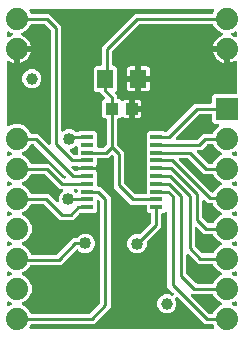
<source format=gbr>
G04 EAGLE Gerber RS-274X export*
G75*
%MOMM*%
%FSLAX34Y34*%
%LPD*%
%INTop Copper*%
%IPPOS*%
%AMOC8*
5,1,8,0,0,1.08239X$1,22.5*%
G01*
%ADD10C,1.000000*%
%ADD11R,1.000000X0.400000*%
%ADD12R,1.100000X1.000000*%
%ADD13R,1.879600X1.879600*%
%ADD14C,1.879600*%
%ADD15R,1.400000X1.600000*%
%ADD16C,0.254000*%
%ADD17C,1.016000*%

G36*
X121510Y118126D02*
X121510Y118126D01*
X121629Y118133D01*
X121667Y118146D01*
X121708Y118151D01*
X121818Y118194D01*
X121931Y118231D01*
X121966Y118253D01*
X122003Y118268D01*
X122099Y118337D01*
X122200Y118401D01*
X122228Y118431D01*
X122261Y118454D01*
X122337Y118546D01*
X122418Y118633D01*
X122438Y118668D01*
X122463Y118699D01*
X122514Y118807D01*
X122572Y118911D01*
X122582Y118951D01*
X122599Y118987D01*
X122621Y119104D01*
X122651Y119219D01*
X122655Y119279D01*
X122659Y119299D01*
X122657Y119320D01*
X122661Y119380D01*
X122661Y123155D01*
X122649Y123254D01*
X122646Y123353D01*
X122629Y123411D01*
X122621Y123471D01*
X122601Y123522D01*
X122601Y169891D01*
X124387Y171677D01*
X136913Y171677D01*
X137271Y171318D01*
X137349Y171258D01*
X137421Y171190D01*
X137474Y171161D01*
X137522Y171124D01*
X137613Y171084D01*
X137700Y171036D01*
X137759Y171021D01*
X137814Y170997D01*
X137912Y170982D01*
X138008Y170957D01*
X138108Y170951D01*
X138128Y170947D01*
X138141Y170949D01*
X138169Y170947D01*
X139066Y170947D01*
X139164Y170959D01*
X139263Y170962D01*
X139321Y170979D01*
X139381Y170987D01*
X139473Y171023D01*
X139568Y171051D01*
X139621Y171081D01*
X139677Y171104D01*
X139757Y171162D01*
X139842Y171212D01*
X139918Y171278D01*
X139934Y171290D01*
X139942Y171300D01*
X139963Y171318D01*
X163514Y194870D01*
X176784Y194870D01*
X176902Y194884D01*
X177021Y194892D01*
X177059Y194904D01*
X177100Y194909D01*
X177210Y194953D01*
X177323Y194990D01*
X177358Y195012D01*
X177395Y195026D01*
X177491Y195096D01*
X177592Y195160D01*
X177620Y195190D01*
X177653Y195213D01*
X177729Y195305D01*
X177810Y195392D01*
X177830Y195427D01*
X177855Y195458D01*
X177906Y195566D01*
X177964Y195670D01*
X177974Y195709D01*
X177991Y195746D01*
X178013Y195863D01*
X178043Y195978D01*
X178047Y196038D01*
X178051Y196058D01*
X178049Y196079D01*
X178053Y196139D01*
X178053Y201161D01*
X179839Y202947D01*
X197612Y202947D01*
X197730Y202962D01*
X197849Y202969D01*
X197887Y202982D01*
X197928Y202987D01*
X198038Y203030D01*
X198151Y203067D01*
X198186Y203089D01*
X198223Y203104D01*
X198319Y203173D01*
X198420Y203237D01*
X198448Y203267D01*
X198481Y203290D01*
X198557Y203382D01*
X198638Y203469D01*
X198658Y203504D01*
X198683Y203535D01*
X198734Y203643D01*
X198792Y203747D01*
X198802Y203787D01*
X198819Y203823D01*
X198841Y203940D01*
X198871Y204055D01*
X198875Y204115D01*
X198879Y204135D01*
X198877Y204156D01*
X198881Y204216D01*
X198881Y230141D01*
X198876Y230181D01*
X198879Y230221D01*
X198856Y230338D01*
X198841Y230457D01*
X198827Y230494D01*
X198819Y230533D01*
X198768Y230641D01*
X198724Y230752D01*
X198701Y230785D01*
X198684Y230821D01*
X198608Y230913D01*
X198538Y231010D01*
X198507Y231035D01*
X198481Y231066D01*
X198385Y231136D01*
X198293Y231213D01*
X198256Y231230D01*
X198224Y231253D01*
X198113Y231297D01*
X198005Y231348D01*
X197966Y231356D01*
X197929Y231370D01*
X197810Y231385D01*
X197693Y231408D01*
X197653Y231405D01*
X197613Y231410D01*
X197494Y231396D01*
X197375Y231388D01*
X197337Y231376D01*
X197298Y231371D01*
X197186Y231327D01*
X197073Y231290D01*
X197039Y231269D01*
X197002Y231254D01*
X196866Y231168D01*
X196757Y231089D01*
X195083Y230236D01*
X193296Y229655D01*
X193039Y229615D01*
X193039Y240030D01*
X193024Y240148D01*
X193017Y240267D01*
X193004Y240305D01*
X192999Y240345D01*
X192956Y240456D01*
X192919Y240569D01*
X192897Y240603D01*
X192882Y240641D01*
X192812Y240737D01*
X192749Y240838D01*
X192719Y240866D01*
X192695Y240898D01*
X192604Y240974D01*
X192517Y241056D01*
X192482Y241075D01*
X192451Y241101D01*
X192343Y241152D01*
X192239Y241209D01*
X192199Y241220D01*
X192163Y241237D01*
X192046Y241259D01*
X191931Y241289D01*
X191870Y241293D01*
X191850Y241297D01*
X191830Y241295D01*
X191770Y241299D01*
X190499Y241299D01*
X190499Y242570D01*
X190484Y242688D01*
X190477Y242807D01*
X190464Y242845D01*
X190459Y242885D01*
X190415Y242996D01*
X190379Y243109D01*
X190357Y243144D01*
X190342Y243181D01*
X190272Y243277D01*
X190209Y243378D01*
X190179Y243406D01*
X190155Y243439D01*
X190064Y243514D01*
X189977Y243596D01*
X189942Y243616D01*
X189910Y243641D01*
X189803Y243692D01*
X189698Y243750D01*
X189659Y243760D01*
X189623Y243777D01*
X189506Y243799D01*
X189391Y243829D01*
X189330Y243833D01*
X189310Y243837D01*
X189290Y243835D01*
X189230Y243839D01*
X178815Y243839D01*
X178855Y244096D01*
X179436Y245883D01*
X180289Y247557D01*
X181394Y249078D01*
X182722Y250406D01*
X184243Y251511D01*
X185917Y252364D01*
X186382Y252515D01*
X186409Y252528D01*
X186438Y252535D01*
X186552Y252595D01*
X186670Y252650D01*
X186693Y252669D01*
X186719Y252683D01*
X186815Y252770D01*
X186915Y252853D01*
X186932Y252877D01*
X186954Y252897D01*
X187026Y253006D01*
X187102Y253110D01*
X187113Y253138D01*
X187129Y253163D01*
X187171Y253286D01*
X187219Y253406D01*
X187223Y253436D01*
X187232Y253464D01*
X187243Y253593D01*
X187259Y253721D01*
X187255Y253751D01*
X187258Y253781D01*
X187235Y253909D01*
X187219Y254037D01*
X187208Y254065D01*
X187203Y254094D01*
X187150Y254212D01*
X187102Y254333D01*
X187085Y254357D01*
X187073Y254384D01*
X186992Y254485D01*
X186916Y254590D01*
X186893Y254609D01*
X186874Y254633D01*
X186770Y254711D01*
X186671Y254793D01*
X186644Y254806D01*
X186620Y254824D01*
X186475Y254895D01*
X183450Y256148D01*
X179948Y259650D01*
X179141Y261598D01*
X179127Y261623D01*
X179117Y261651D01*
X179048Y261761D01*
X178984Y261874D01*
X178963Y261895D01*
X178947Y261920D01*
X178853Y262009D01*
X178762Y262102D01*
X178737Y262118D01*
X178716Y262138D01*
X178602Y262201D01*
X178491Y262269D01*
X178463Y262277D01*
X178437Y262292D01*
X178311Y262324D01*
X178187Y262362D01*
X178158Y262364D01*
X178129Y262371D01*
X177969Y262381D01*
X116615Y262381D01*
X116516Y262369D01*
X116417Y262366D01*
X116359Y262349D01*
X116299Y262341D01*
X116207Y262305D01*
X116112Y262277D01*
X116060Y262247D01*
X116003Y262224D01*
X115923Y262166D01*
X115838Y262116D01*
X115763Y262050D01*
X115746Y262038D01*
X115738Y262028D01*
X115717Y262010D01*
X93590Y239883D01*
X93530Y239805D01*
X93462Y239732D01*
X93433Y239679D01*
X93396Y239632D01*
X93356Y239541D01*
X93308Y239454D01*
X93293Y239395D01*
X93269Y239340D01*
X93254Y239242D01*
X93229Y239146D01*
X93223Y239046D01*
X93219Y239026D01*
X93221Y239013D01*
X93219Y238985D01*
X93219Y228218D01*
X93234Y228100D01*
X93241Y227981D01*
X93254Y227943D01*
X93259Y227902D01*
X93302Y227792D01*
X93339Y227679D01*
X93361Y227644D01*
X93376Y227607D01*
X93445Y227511D01*
X93509Y227410D01*
X93539Y227382D01*
X93562Y227349D01*
X93654Y227273D01*
X93741Y227192D01*
X93776Y227172D01*
X93807Y227147D01*
X93915Y227096D01*
X94019Y227038D01*
X94059Y227028D01*
X94095Y227011D01*
X94212Y226989D01*
X94327Y226959D01*
X94387Y226955D01*
X94407Y226951D01*
X94428Y226953D01*
X94488Y226949D01*
X95863Y226949D01*
X97649Y225163D01*
X97649Y206637D01*
X96193Y205181D01*
X96120Y205087D01*
X96041Y204998D01*
X96023Y204962D01*
X95998Y204930D01*
X95951Y204821D01*
X95897Y204715D01*
X95888Y204675D01*
X95872Y204638D01*
X95853Y204520D01*
X95827Y204404D01*
X95828Y204364D01*
X95822Y204324D01*
X95833Y204205D01*
X95837Y204087D01*
X95848Y204048D01*
X95852Y204007D01*
X95892Y203895D01*
X95925Y203781D01*
X95945Y203746D01*
X95959Y203708D01*
X96026Y203610D01*
X96086Y203507D01*
X96126Y203462D01*
X96138Y203445D01*
X96153Y203432D01*
X96193Y203386D01*
X97435Y202144D01*
X97435Y199818D01*
X97450Y199700D01*
X97457Y199581D01*
X97470Y199543D01*
X97475Y199502D01*
X97519Y199392D01*
X97555Y199279D01*
X97577Y199244D01*
X97592Y199207D01*
X97662Y199111D01*
X97726Y199010D01*
X97755Y198982D01*
X97779Y198949D01*
X97871Y198873D01*
X97957Y198792D01*
X97993Y198772D01*
X98024Y198747D01*
X98131Y198696D01*
X98236Y198638D01*
X98275Y198628D01*
X98312Y198611D01*
X98428Y198589D01*
X98544Y198559D01*
X98604Y198555D01*
X98624Y198551D01*
X98644Y198553D01*
X98704Y198549D01*
X99863Y198549D01*
X101062Y197350D01*
X101156Y197277D01*
X101245Y197198D01*
X101281Y197180D01*
X101313Y197155D01*
X101422Y197108D01*
X101528Y197053D01*
X101568Y197045D01*
X101605Y197029D01*
X101723Y197010D01*
X101839Y196984D01*
X101879Y196985D01*
X101919Y196979D01*
X102038Y196990D01*
X102156Y196993D01*
X102195Y197005D01*
X102236Y197009D01*
X102348Y197049D01*
X102462Y197082D01*
X102497Y197102D01*
X102535Y197116D01*
X102633Y197183D01*
X102736Y197243D01*
X102781Y197283D01*
X102798Y197295D01*
X102811Y197310D01*
X102857Y197350D01*
X103040Y197533D01*
X103619Y197868D01*
X104266Y198041D01*
X107601Y198041D01*
X107601Y191730D01*
X107616Y191612D01*
X107623Y191493D01*
X107635Y191455D01*
X107641Y191415D01*
X107684Y191304D01*
X107721Y191191D01*
X107743Y191157D01*
X107758Y191119D01*
X107827Y191023D01*
X107891Y190922D01*
X107921Y190894D01*
X107944Y190862D01*
X108036Y190786D01*
X108123Y190704D01*
X108158Y190685D01*
X108189Y190659D01*
X108297Y190608D01*
X108401Y190551D01*
X108441Y190541D01*
X108477Y190523D01*
X108584Y190503D01*
X108554Y190499D01*
X108444Y190455D01*
X108331Y190419D01*
X108296Y190397D01*
X108259Y190382D01*
X108162Y190312D01*
X108062Y190249D01*
X108034Y190219D01*
X108001Y190195D01*
X107925Y190104D01*
X107844Y190017D01*
X107824Y189982D01*
X107799Y189950D01*
X107748Y189843D01*
X107690Y189738D01*
X107680Y189699D01*
X107663Y189663D01*
X107641Y189546D01*
X107611Y189430D01*
X107607Y189370D01*
X107603Y189350D01*
X107605Y189330D01*
X107601Y189270D01*
X107601Y182959D01*
X104266Y182959D01*
X103619Y183132D01*
X103040Y183467D01*
X102857Y183650D01*
X102763Y183723D01*
X102673Y183802D01*
X102637Y183820D01*
X102605Y183845D01*
X102496Y183892D01*
X102390Y183947D01*
X102351Y183955D01*
X102314Y183971D01*
X102196Y183990D01*
X102080Y184016D01*
X102039Y184015D01*
X101999Y184021D01*
X101881Y184010D01*
X101762Y184007D01*
X101723Y183995D01*
X101683Y183991D01*
X101571Y183951D01*
X101456Y183918D01*
X101422Y183898D01*
X101384Y183884D01*
X101285Y183817D01*
X101183Y183757D01*
X101137Y183717D01*
X101120Y183705D01*
X101107Y183690D01*
X101062Y183650D01*
X99863Y182451D01*
X98688Y182451D01*
X98570Y182436D01*
X98451Y182429D01*
X98413Y182416D01*
X98372Y182411D01*
X98262Y182368D01*
X98149Y182331D01*
X98114Y182309D01*
X98077Y182294D01*
X97981Y182225D01*
X97880Y182161D01*
X97852Y182131D01*
X97819Y182108D01*
X97743Y182016D01*
X97662Y181929D01*
X97642Y181894D01*
X97617Y181863D01*
X97566Y181755D01*
X97508Y181651D01*
X97498Y181611D01*
X97481Y181575D01*
X97459Y181458D01*
X97429Y181343D01*
X97425Y181283D01*
X97421Y181263D01*
X97423Y181242D01*
X97419Y181182D01*
X97419Y160497D01*
X97431Y160399D01*
X97434Y160300D01*
X97451Y160241D01*
X97459Y160181D01*
X97495Y160089D01*
X97523Y159994D01*
X97553Y159942D01*
X97576Y159886D01*
X97634Y159806D01*
X97684Y159720D01*
X97750Y159645D01*
X97762Y159628D01*
X97772Y159620D01*
X97790Y159599D01*
X103353Y154036D01*
X103353Y127994D01*
X103366Y127896D01*
X103369Y127797D01*
X103386Y127738D01*
X103393Y127678D01*
X103430Y127586D01*
X103457Y127491D01*
X103488Y127439D01*
X103510Y127383D01*
X103568Y127303D01*
X103619Y127217D01*
X103685Y127142D01*
X103697Y127125D01*
X103706Y127118D01*
X103725Y127096D01*
X112339Y118482D01*
X112417Y118422D01*
X112489Y118354D01*
X112542Y118325D01*
X112590Y118288D01*
X112681Y118248D01*
X112768Y118200D01*
X112826Y118185D01*
X112882Y118161D01*
X112980Y118146D01*
X113076Y118121D01*
X113176Y118115D01*
X113196Y118111D01*
X113208Y118113D01*
X113236Y118111D01*
X121392Y118111D01*
X121510Y118126D01*
G37*
G36*
X178649Y4325D02*
X178649Y4325D01*
X178699Y4323D01*
X178806Y4345D01*
X178915Y4359D01*
X178962Y4377D01*
X179010Y4387D01*
X179109Y4435D01*
X179211Y4476D01*
X179251Y4505D01*
X179296Y4527D01*
X179379Y4598D01*
X179468Y4662D01*
X179500Y4701D01*
X179538Y4733D01*
X179601Y4823D01*
X179671Y4907D01*
X179692Y4952D01*
X179721Y4993D01*
X179760Y5096D01*
X179807Y5195D01*
X179816Y5244D01*
X179834Y5290D01*
X179846Y5400D01*
X179867Y5507D01*
X179863Y5557D01*
X179869Y5606D01*
X179854Y5715D01*
X179847Y5825D01*
X179831Y5872D01*
X179825Y5921D01*
X179772Y6074D01*
X179267Y7293D01*
X179253Y7319D01*
X179244Y7347D01*
X179174Y7456D01*
X179110Y7569D01*
X179089Y7590D01*
X179074Y7615D01*
X178979Y7704D01*
X178889Y7798D01*
X178863Y7813D01*
X178842Y7833D01*
X178728Y7896D01*
X178617Y7964D01*
X178589Y7972D01*
X178563Y7987D01*
X178438Y8019D01*
X178314Y8057D01*
X178284Y8059D01*
X178255Y8066D01*
X178095Y8076D01*
X171541Y8076D01*
X168639Y10978D01*
X148819Y30798D01*
X148764Y30841D01*
X148715Y30891D01*
X148639Y30938D01*
X148568Y30993D01*
X148504Y31021D01*
X148444Y31057D01*
X148358Y31084D01*
X148276Y31120D01*
X148207Y31130D01*
X148140Y31151D01*
X148051Y31155D01*
X147962Y31169D01*
X147892Y31163D01*
X147823Y31166D01*
X147735Y31148D01*
X147645Y31140D01*
X147579Y31116D01*
X147511Y31102D01*
X147430Y31062D01*
X147346Y31032D01*
X147288Y30993D01*
X147225Y30962D01*
X147157Y30904D01*
X147083Y30853D01*
X147037Y30801D01*
X146983Y30756D01*
X146932Y30682D01*
X146872Y30615D01*
X146841Y30553D01*
X146800Y30496D01*
X146768Y30412D01*
X146728Y30332D01*
X146712Y30264D01*
X146688Y30198D01*
X146678Y30109D01*
X146658Y30021D01*
X146660Y29952D01*
X146652Y29882D01*
X146665Y29793D01*
X146668Y29704D01*
X146687Y29636D01*
X146697Y29567D01*
X146749Y29415D01*
X147749Y27001D01*
X147749Y23799D01*
X146523Y20841D01*
X144259Y18577D01*
X141301Y17351D01*
X138099Y17351D01*
X135141Y18577D01*
X132877Y20841D01*
X131651Y23799D01*
X131651Y27001D01*
X132877Y29959D01*
X135141Y32223D01*
X138099Y33449D01*
X141301Y33449D01*
X143715Y32449D01*
X143782Y32430D01*
X143846Y32403D01*
X143935Y32389D01*
X144022Y32365D01*
X144091Y32364D01*
X144160Y32353D01*
X144250Y32361D01*
X144340Y32360D01*
X144408Y32376D01*
X144477Y32383D01*
X144562Y32413D01*
X144649Y32434D01*
X144711Y32467D01*
X144776Y32490D01*
X144851Y32541D01*
X144930Y32583D01*
X144982Y32630D01*
X145040Y32669D01*
X145099Y32736D01*
X145165Y32797D01*
X145204Y32855D01*
X145250Y32907D01*
X145291Y32987D01*
X145340Y33062D01*
X145363Y33128D01*
X145395Y33191D01*
X145414Y33278D01*
X145443Y33363D01*
X145449Y33433D01*
X145464Y33501D01*
X145462Y33591D01*
X145469Y33680D01*
X145457Y33749D01*
X145455Y33819D01*
X145430Y33905D01*
X145414Y33994D01*
X145386Y34057D01*
X145366Y34124D01*
X145321Y34202D01*
X145284Y34283D01*
X145240Y34338D01*
X145205Y34398D01*
X145098Y34519D01*
X140182Y39435D01*
X140182Y102348D01*
X140164Y102486D01*
X140151Y102624D01*
X140145Y102643D01*
X140142Y102664D01*
X140091Y102792D01*
X140044Y102924D01*
X140032Y102941D01*
X140025Y102959D01*
X139943Y103072D01*
X139865Y103187D01*
X139850Y103200D01*
X139838Y103217D01*
X139731Y103305D01*
X139627Y103397D01*
X139609Y103407D01*
X139593Y103419D01*
X139467Y103479D01*
X139344Y103542D01*
X139324Y103546D01*
X139305Y103555D01*
X139169Y103581D01*
X139033Y103612D01*
X139013Y103611D01*
X138993Y103615D01*
X138855Y103606D01*
X138715Y103602D01*
X138696Y103596D01*
X138676Y103595D01*
X138544Y103552D01*
X138410Y103514D01*
X138392Y103503D01*
X138373Y103497D01*
X138256Y103423D01*
X138136Y103352D01*
X138115Y103333D01*
X138104Y103327D01*
X138090Y103312D01*
X138015Y103246D01*
X136913Y102143D01*
X136238Y102143D01*
X136120Y102128D01*
X136001Y102121D01*
X135963Y102108D01*
X135922Y102103D01*
X135812Y102060D01*
X135699Y102023D01*
X135664Y102001D01*
X135627Y101986D01*
X135531Y101917D01*
X135430Y101853D01*
X135402Y101823D01*
X135369Y101800D01*
X135293Y101708D01*
X135212Y101621D01*
X135192Y101586D01*
X135167Y101555D01*
X135116Y101447D01*
X135058Y101343D01*
X135048Y101303D01*
X135031Y101267D01*
X135009Y101150D01*
X134979Y101035D01*
X134975Y100975D01*
X134971Y100955D01*
X134973Y100934D01*
X134969Y100874D01*
X134969Y90761D01*
X122800Y78593D01*
X122740Y78515D01*
X122672Y78442D01*
X122643Y78389D01*
X122606Y78342D01*
X122566Y78251D01*
X122518Y78164D01*
X122503Y78105D01*
X122479Y78050D01*
X122464Y77952D01*
X122439Y77856D01*
X122433Y77756D01*
X122429Y77736D01*
X122431Y77723D01*
X122429Y77695D01*
X122429Y74583D01*
X121191Y71595D01*
X118905Y69309D01*
X115917Y68071D01*
X112683Y68071D01*
X109695Y69309D01*
X107409Y71595D01*
X106171Y74583D01*
X106171Y77817D01*
X107409Y80805D01*
X109695Y83091D01*
X112683Y84329D01*
X115795Y84329D01*
X115894Y84341D01*
X115993Y84344D01*
X116051Y84361D01*
X116111Y84369D01*
X116203Y84405D01*
X116298Y84433D01*
X116350Y84463D01*
X116407Y84486D01*
X116487Y84544D01*
X116572Y84594D01*
X116647Y84660D01*
X116664Y84672D01*
X116672Y84682D01*
X116693Y84700D01*
X125960Y93967D01*
X126020Y94045D01*
X126088Y94118D01*
X126117Y94171D01*
X126154Y94218D01*
X126194Y94309D01*
X126242Y94396D01*
X126257Y94455D01*
X126281Y94510D01*
X126296Y94608D01*
X126321Y94704D01*
X126327Y94804D01*
X126331Y94824D01*
X126329Y94837D01*
X126331Y94865D01*
X126331Y100874D01*
X126316Y100992D01*
X126309Y101111D01*
X126296Y101149D01*
X126291Y101190D01*
X126248Y101300D01*
X126211Y101413D01*
X126189Y101448D01*
X126174Y101485D01*
X126105Y101581D01*
X126041Y101682D01*
X126011Y101710D01*
X125988Y101743D01*
X125896Y101819D01*
X125809Y101900D01*
X125774Y101920D01*
X125743Y101945D01*
X125635Y101996D01*
X125531Y102054D01*
X125491Y102064D01*
X125455Y102081D01*
X125338Y102103D01*
X125223Y102133D01*
X125163Y102137D01*
X125143Y102141D01*
X125122Y102139D01*
X125062Y102143D01*
X124387Y102143D01*
X122601Y103929D01*
X122601Y108204D01*
X122586Y108322D01*
X122579Y108441D01*
X122566Y108479D01*
X122561Y108520D01*
X122518Y108630D01*
X122481Y108743D01*
X122459Y108778D01*
X122444Y108815D01*
X122375Y108911D01*
X122311Y109012D01*
X122281Y109040D01*
X122258Y109073D01*
X122166Y109149D01*
X122079Y109230D01*
X122044Y109250D01*
X122013Y109275D01*
X121905Y109326D01*
X121801Y109384D01*
X121761Y109394D01*
X121725Y109411D01*
X121608Y109433D01*
X121493Y109463D01*
X121433Y109467D01*
X121413Y109471D01*
X121392Y109469D01*
X121332Y109473D01*
X109133Y109473D01*
X94716Y123890D01*
X94716Y149933D01*
X94703Y150031D01*
X94700Y150130D01*
X94684Y150188D01*
X94676Y150248D01*
X94640Y150341D01*
X94612Y150436D01*
X94581Y150488D01*
X94559Y150544D01*
X94501Y150624D01*
X94451Y150710D01*
X94384Y150785D01*
X94372Y150802D01*
X94363Y150809D01*
X94344Y150830D01*
X93874Y151300D01*
X93780Y151373D01*
X93691Y151452D01*
X93655Y151470D01*
X93623Y151495D01*
X93513Y151543D01*
X93408Y151597D01*
X93368Y151606D01*
X93331Y151622D01*
X93213Y151640D01*
X93097Y151666D01*
X93057Y151665D01*
X93017Y151672D01*
X92898Y151660D01*
X92779Y151657D01*
X92741Y151645D01*
X92700Y151642D01*
X92588Y151601D01*
X92474Y151568D01*
X92439Y151548D01*
X92401Y151534D01*
X92302Y151467D01*
X92200Y151407D01*
X92155Y151367D01*
X92138Y151356D01*
X92124Y151340D01*
X92079Y151300D01*
X89800Y149021D01*
X81548Y149021D01*
X81430Y149006D01*
X81311Y148999D01*
X81273Y148986D01*
X81232Y148981D01*
X81122Y148937D01*
X81009Y148901D01*
X80974Y148879D01*
X80937Y148864D01*
X80841Y148794D01*
X80740Y148731D01*
X80712Y148701D01*
X80679Y148677D01*
X80603Y148586D01*
X80522Y148499D01*
X80502Y148464D01*
X80477Y148432D01*
X80426Y148325D01*
X80368Y148220D01*
X80358Y148181D01*
X80341Y148145D01*
X80319Y148028D01*
X80289Y147913D01*
X80285Y147852D01*
X80281Y147832D01*
X80282Y147826D01*
X80281Y147824D01*
X80282Y147808D01*
X80279Y147752D01*
X80279Y143553D01*
X80142Y143417D01*
X80082Y143339D01*
X80014Y143267D01*
X79985Y143214D01*
X79948Y143166D01*
X79908Y143075D01*
X79860Y142988D01*
X79845Y142929D01*
X79821Y142874D01*
X79806Y142776D01*
X79781Y142680D01*
X79775Y142580D01*
X79771Y142560D01*
X79773Y142547D01*
X79771Y142519D01*
X79771Y141481D01*
X72230Y141481D01*
X64662Y141481D01*
X64654Y141503D01*
X64649Y141544D01*
X64606Y141654D01*
X64569Y141767D01*
X64547Y141802D01*
X64532Y141839D01*
X64463Y141935D01*
X64399Y142036D01*
X64369Y142064D01*
X64346Y142097D01*
X64254Y142173D01*
X64167Y142254D01*
X64132Y142274D01*
X64101Y142299D01*
X63993Y142350D01*
X63889Y142408D01*
X63849Y142418D01*
X63813Y142435D01*
X63696Y142457D01*
X63581Y142487D01*
X63521Y142491D01*
X63501Y142495D01*
X63480Y142493D01*
X63420Y142497D01*
X60096Y142497D01*
X59958Y142480D01*
X59819Y142467D01*
X59800Y142460D01*
X59780Y142457D01*
X59651Y142406D01*
X59520Y142359D01*
X59503Y142348D01*
X59484Y142340D01*
X59372Y142259D01*
X59257Y142181D01*
X59243Y142165D01*
X59227Y142154D01*
X59138Y142046D01*
X59046Y141942D01*
X59037Y141924D01*
X59024Y141909D01*
X58965Y141783D01*
X58902Y141659D01*
X58897Y141639D01*
X58889Y141621D01*
X58863Y141485D01*
X58832Y141349D01*
X58833Y141328D01*
X58829Y141309D01*
X58838Y141170D01*
X58842Y141031D01*
X58847Y141011D01*
X58849Y140991D01*
X58891Y140859D01*
X58930Y140725D01*
X58940Y140708D01*
X58947Y140689D01*
X59021Y140571D01*
X59092Y140451D01*
X59110Y140430D01*
X59117Y140420D01*
X59132Y140406D01*
X59198Y140331D01*
X61230Y138298D01*
X61308Y138238D01*
X61381Y138170D01*
X61434Y138141D01*
X61481Y138104D01*
X61572Y138064D01*
X61659Y138016D01*
X61718Y138001D01*
X61773Y137977D01*
X61871Y137962D01*
X61967Y137937D01*
X62067Y137931D01*
X62087Y137927D01*
X62100Y137929D01*
X62128Y137927D01*
X63420Y137927D01*
X63538Y137942D01*
X63657Y137949D01*
X63695Y137962D01*
X63736Y137967D01*
X63846Y138010D01*
X63959Y138047D01*
X63994Y138069D01*
X64031Y138084D01*
X64127Y138153D01*
X64228Y138217D01*
X64256Y138247D01*
X64289Y138270D01*
X64365Y138362D01*
X64446Y138449D01*
X64466Y138484D01*
X64491Y138515D01*
X64542Y138623D01*
X64600Y138727D01*
X64610Y138767D01*
X64627Y138803D01*
X64649Y138920D01*
X64655Y138943D01*
X72230Y138943D01*
X79771Y138943D01*
X79771Y137905D01*
X79783Y137806D01*
X79786Y137707D01*
X79803Y137649D01*
X79811Y137589D01*
X79847Y137497D01*
X79875Y137402D01*
X79905Y137350D01*
X79928Y137293D01*
X79986Y137213D01*
X80036Y137128D01*
X80102Y137053D01*
X80114Y137036D01*
X80124Y137028D01*
X80142Y137007D01*
X80279Y136871D01*
X80279Y125988D01*
X80294Y125870D01*
X80301Y125751D01*
X80314Y125713D01*
X80319Y125672D01*
X80362Y125562D01*
X80399Y125449D01*
X80421Y125414D01*
X80436Y125377D01*
X80505Y125281D01*
X80569Y125180D01*
X80599Y125152D01*
X80622Y125119D01*
X80714Y125043D01*
X80801Y124962D01*
X80836Y124942D01*
X80867Y124917D01*
X80975Y124866D01*
X81079Y124808D01*
X81119Y124798D01*
X81155Y124781D01*
X81272Y124759D01*
X81387Y124729D01*
X81447Y124725D01*
X81467Y124721D01*
X81488Y124723D01*
X81548Y124719D01*
X83319Y124719D01*
X91949Y116089D01*
X91949Y22341D01*
X77989Y8381D01*
X25231Y8381D01*
X25202Y8378D01*
X25173Y8380D01*
X25045Y8358D01*
X24916Y8341D01*
X24889Y8331D01*
X24859Y8326D01*
X24741Y8272D01*
X24620Y8224D01*
X24596Y8207D01*
X24569Y8195D01*
X24468Y8114D01*
X24363Y8038D01*
X24344Y8015D01*
X24321Y7996D01*
X24243Y7893D01*
X24160Y7793D01*
X24147Y7766D01*
X24130Y7742D01*
X24059Y7598D01*
X23428Y6074D01*
X23414Y6026D01*
X23393Y5981D01*
X23373Y5873D01*
X23344Y5767D01*
X23343Y5717D01*
X23333Y5668D01*
X23340Y5559D01*
X23339Y5449D01*
X23350Y5401D01*
X23353Y5351D01*
X23387Y5247D01*
X23413Y5140D01*
X23436Y5096D01*
X23451Y5049D01*
X23510Y4956D01*
X23561Y4859D01*
X23595Y4822D01*
X23621Y4780D01*
X23702Y4705D01*
X23775Y4623D01*
X23817Y4596D01*
X23853Y4562D01*
X23949Y4509D01*
X24041Y4449D01*
X24088Y4432D01*
X24132Y4408D01*
X24238Y4381D01*
X24342Y4345D01*
X24391Y4341D01*
X24439Y4329D01*
X24600Y4319D01*
X178600Y4319D01*
X178649Y4325D01*
G37*
G36*
X73984Y17031D02*
X73984Y17031D01*
X74083Y17034D01*
X74141Y17051D01*
X74201Y17059D01*
X74293Y17095D01*
X74388Y17123D01*
X74440Y17153D01*
X74497Y17176D01*
X74577Y17234D01*
X74662Y17284D01*
X74737Y17350D01*
X74754Y17362D01*
X74762Y17372D01*
X74783Y17390D01*
X82940Y25547D01*
X83000Y25625D01*
X83068Y25698D01*
X83097Y25751D01*
X83134Y25798D01*
X83174Y25889D01*
X83222Y25976D01*
X83237Y26035D01*
X83261Y26090D01*
X83276Y26188D01*
X83301Y26284D01*
X83307Y26384D01*
X83311Y26404D01*
X83309Y26417D01*
X83311Y26445D01*
X83311Y111985D01*
X83299Y112084D01*
X83296Y112183D01*
X83279Y112241D01*
X83271Y112301D01*
X83235Y112393D01*
X83207Y112488D01*
X83177Y112540D01*
X83154Y112597D01*
X83096Y112677D01*
X83046Y112762D01*
X82980Y112837D01*
X82968Y112854D01*
X82958Y112862D01*
X82940Y112883D01*
X82446Y113377D01*
X82336Y113462D01*
X82229Y113551D01*
X82210Y113559D01*
X82194Y113572D01*
X82066Y113627D01*
X81941Y113686D01*
X81921Y113690D01*
X81902Y113698D01*
X81764Y113720D01*
X81628Y113746D01*
X81608Y113745D01*
X81588Y113748D01*
X81449Y113735D01*
X81311Y113726D01*
X81292Y113720D01*
X81272Y113718D01*
X81141Y113671D01*
X81009Y113628D01*
X80991Y113617D01*
X80972Y113611D01*
X80858Y113533D01*
X80740Y113458D01*
X80726Y113443D01*
X80709Y113432D01*
X80617Y113328D01*
X80522Y113227D01*
X80512Y113209D01*
X80499Y113194D01*
X80435Y113070D01*
X80368Y112948D01*
X80363Y112929D01*
X80354Y112910D01*
X80324Y112774D01*
X80289Y112640D01*
X80287Y112612D01*
X80284Y112600D01*
X80285Y112580D01*
X80279Y112479D01*
X80279Y103929D01*
X78493Y102143D01*
X65978Y102143D01*
X65879Y102131D01*
X65780Y102128D01*
X65722Y102111D01*
X65662Y102103D01*
X65570Y102067D01*
X65475Y102039D01*
X65423Y102009D01*
X65366Y101986D01*
X65286Y101928D01*
X65201Y101878D01*
X65126Y101812D01*
X65109Y101800D01*
X65101Y101790D01*
X65080Y101772D01*
X59929Y96621D01*
X48884Y96621D01*
X35946Y109559D01*
X35868Y109619D01*
X35796Y109687D01*
X35743Y109716D01*
X35695Y109754D01*
X35604Y109793D01*
X35517Y109841D01*
X35459Y109856D01*
X35403Y109880D01*
X35305Y109896D01*
X35209Y109920D01*
X35109Y109927D01*
X35089Y109930D01*
X35077Y109929D01*
X35049Y109930D01*
X25210Y109930D01*
X25181Y109927D01*
X25152Y109929D01*
X25024Y109907D01*
X24895Y109891D01*
X24867Y109880D01*
X24838Y109875D01*
X24720Y109821D01*
X24599Y109774D01*
X24575Y109756D01*
X24548Y109744D01*
X24447Y109663D01*
X24342Y109587D01*
X24323Y109564D01*
X24300Y109546D01*
X24222Y109442D01*
X24139Y109342D01*
X24126Y109315D01*
X24109Y109291D01*
X24038Y109147D01*
X23252Y107250D01*
X19751Y103748D01*
X17395Y102773D01*
X17274Y102704D01*
X17152Y102639D01*
X17137Y102625D01*
X17119Y102615D01*
X17019Y102518D01*
X16916Y102425D01*
X16905Y102408D01*
X16891Y102394D01*
X16818Y102276D01*
X16742Y102159D01*
X16735Y102140D01*
X16724Y102123D01*
X16684Y101990D01*
X16638Y101858D01*
X16637Y101838D01*
X16631Y101819D01*
X16624Y101680D01*
X16613Y101541D01*
X16617Y101521D01*
X16616Y101501D01*
X16644Y101365D01*
X16668Y101228D01*
X16676Y101209D01*
X16680Y101190D01*
X16741Y101065D01*
X16798Y100938D01*
X16811Y100922D01*
X16820Y100904D01*
X16910Y100798D01*
X16997Y100690D01*
X17013Y100677D01*
X17026Y100662D01*
X17140Y100582D01*
X17251Y100498D01*
X17276Y100486D01*
X17286Y100479D01*
X17305Y100472D01*
X17395Y100427D01*
X19750Y99452D01*
X23252Y95950D01*
X25147Y91376D01*
X25147Y86424D01*
X23252Y81850D01*
X19751Y78348D01*
X17395Y77373D01*
X17274Y77304D01*
X17152Y77239D01*
X17137Y77225D01*
X17119Y77215D01*
X17019Y77118D01*
X16916Y77025D01*
X16905Y77008D01*
X16891Y76994D01*
X16818Y76876D01*
X16742Y76759D01*
X16735Y76740D01*
X16724Y76723D01*
X16684Y76590D01*
X16638Y76458D01*
X16637Y76438D01*
X16631Y76419D01*
X16624Y76280D01*
X16613Y76141D01*
X16617Y76121D01*
X16616Y76101D01*
X16644Y75965D01*
X16668Y75828D01*
X16676Y75809D01*
X16680Y75790D01*
X16741Y75665D01*
X16798Y75538D01*
X16811Y75522D01*
X16820Y75504D01*
X16910Y75398D01*
X16997Y75290D01*
X17013Y75277D01*
X17026Y75262D01*
X17140Y75182D01*
X17251Y75098D01*
X17276Y75086D01*
X17286Y75079D01*
X17305Y75072D01*
X17395Y75027D01*
X19750Y74052D01*
X23252Y70550D01*
X24459Y67637D01*
X24473Y67611D01*
X24482Y67583D01*
X24552Y67474D01*
X24616Y67361D01*
X24637Y67340D01*
X24652Y67315D01*
X24747Y67226D01*
X24837Y67132D01*
X24863Y67117D01*
X24884Y67097D01*
X24998Y67034D01*
X25109Y66966D01*
X25137Y66957D01*
X25163Y66943D01*
X25288Y66911D01*
X25412Y66873D01*
X25442Y66871D01*
X25471Y66864D01*
X25631Y66854D01*
X45742Y66854D01*
X45840Y66866D01*
X45939Y66869D01*
X45998Y66886D01*
X46058Y66893D01*
X46150Y66930D01*
X46245Y66957D01*
X46297Y66988D01*
X46353Y67010D01*
X46433Y67069D01*
X46519Y67119D01*
X46594Y67185D01*
X46611Y67197D01*
X46619Y67207D01*
X46640Y67225D01*
X60263Y80849D01*
X62935Y80849D01*
X63033Y80861D01*
X63132Y80864D01*
X63190Y80881D01*
X63250Y80889D01*
X63342Y80925D01*
X63437Y80953D01*
X63490Y80984D01*
X63546Y81006D01*
X63626Y81064D01*
X63711Y81114D01*
X63787Y81181D01*
X63803Y81193D01*
X63811Y81202D01*
X63832Y81221D01*
X66033Y83421D01*
X69020Y84659D01*
X72254Y84659D01*
X75242Y83421D01*
X77529Y81135D01*
X78766Y78147D01*
X78766Y74913D01*
X77529Y71926D01*
X75242Y69639D01*
X72254Y68401D01*
X69020Y68401D01*
X66033Y69639D01*
X64548Y71124D01*
X64454Y71197D01*
X64365Y71275D01*
X64329Y71294D01*
X64297Y71319D01*
X64188Y71366D01*
X64082Y71420D01*
X64042Y71429D01*
X64005Y71445D01*
X63887Y71464D01*
X63771Y71490D01*
X63731Y71488D01*
X63691Y71495D01*
X63572Y71484D01*
X63454Y71480D01*
X63415Y71469D01*
X63374Y71465D01*
X63262Y71425D01*
X63148Y71392D01*
X63113Y71371D01*
X63075Y71357D01*
X62977Y71290D01*
X62874Y71230D01*
X62829Y71190D01*
X62812Y71179D01*
X62799Y71163D01*
X62753Y71124D01*
X49846Y58216D01*
X24832Y58216D01*
X24802Y58212D01*
X24773Y58215D01*
X24645Y58192D01*
X24516Y58176D01*
X24489Y58165D01*
X24460Y58160D01*
X24341Y58107D01*
X24220Y58059D01*
X24197Y58042D01*
X24170Y58030D01*
X24068Y57949D01*
X23963Y57872D01*
X23944Y57850D01*
X23921Y57831D01*
X23843Y57727D01*
X23760Y57627D01*
X23748Y57601D01*
X23730Y57577D01*
X23659Y57433D01*
X23252Y56450D01*
X19751Y52948D01*
X17395Y51973D01*
X17274Y51904D01*
X17152Y51839D01*
X17137Y51825D01*
X17119Y51815D01*
X17019Y51718D01*
X16916Y51625D01*
X16905Y51608D01*
X16891Y51594D01*
X16818Y51476D01*
X16742Y51359D01*
X16735Y51340D01*
X16724Y51323D01*
X16684Y51190D01*
X16638Y51058D01*
X16637Y51038D01*
X16631Y51019D01*
X16624Y50880D01*
X16613Y50741D01*
X16617Y50721D01*
X16616Y50701D01*
X16644Y50565D01*
X16668Y50428D01*
X16676Y50409D01*
X16680Y50390D01*
X16741Y50265D01*
X16798Y50138D01*
X16811Y50122D01*
X16820Y50104D01*
X16910Y49998D01*
X16997Y49890D01*
X17013Y49877D01*
X17026Y49862D01*
X17140Y49782D01*
X17251Y49698D01*
X17276Y49686D01*
X17286Y49679D01*
X17305Y49672D01*
X17395Y49627D01*
X19750Y48652D01*
X23252Y45150D01*
X25147Y40576D01*
X25147Y35624D01*
X23252Y31050D01*
X19750Y27548D01*
X17395Y26573D01*
X17275Y26504D01*
X17152Y26439D01*
X17137Y26425D01*
X17119Y26415D01*
X17019Y26318D01*
X16916Y26225D01*
X16905Y26208D01*
X16891Y26194D01*
X16818Y26076D01*
X16742Y25959D01*
X16735Y25940D01*
X16724Y25923D01*
X16684Y25790D01*
X16638Y25658D01*
X16637Y25638D01*
X16631Y25619D01*
X16624Y25480D01*
X16613Y25341D01*
X16617Y25321D01*
X16616Y25301D01*
X16644Y25165D01*
X16668Y25028D01*
X16676Y25009D01*
X16680Y24990D01*
X16741Y24865D01*
X16798Y24738D01*
X16811Y24722D01*
X16820Y24704D01*
X16910Y24598D01*
X16997Y24490D01*
X17013Y24477D01*
X17026Y24462D01*
X17140Y24382D01*
X17251Y24298D01*
X17276Y24286D01*
X17286Y24279D01*
X17305Y24272D01*
X17395Y24227D01*
X19750Y23252D01*
X23252Y19750D01*
X24059Y17802D01*
X24073Y17777D01*
X24083Y17749D01*
X24152Y17639D01*
X24216Y17526D01*
X24237Y17505D01*
X24253Y17480D01*
X24347Y17391D01*
X24438Y17298D01*
X24463Y17282D01*
X24484Y17262D01*
X24598Y17199D01*
X24709Y17131D01*
X24737Y17123D01*
X24763Y17108D01*
X24889Y17076D01*
X25013Y17038D01*
X25042Y17036D01*
X25071Y17029D01*
X25231Y17019D01*
X73885Y17019D01*
X73984Y17031D01*
G37*
G36*
X85795Y157671D02*
X85795Y157671D01*
X85894Y157674D01*
X85952Y157691D01*
X86012Y157698D01*
X86104Y157735D01*
X86199Y157762D01*
X86251Y157793D01*
X86308Y157815D01*
X86388Y157874D01*
X86473Y157924D01*
X86548Y157990D01*
X86565Y158002D01*
X86573Y158012D01*
X86594Y158030D01*
X88410Y159846D01*
X88470Y159924D01*
X88538Y159996D01*
X88567Y160049D01*
X88604Y160097D01*
X88644Y160188D01*
X88692Y160275D01*
X88707Y160333D01*
X88731Y160389D01*
X88746Y160487D01*
X88771Y160583D01*
X88777Y160683D01*
X88781Y160703D01*
X88779Y160715D01*
X88781Y160743D01*
X88781Y181182D01*
X88766Y181300D01*
X88759Y181419D01*
X88746Y181457D01*
X88741Y181498D01*
X88698Y181608D01*
X88661Y181721D01*
X88639Y181756D01*
X88624Y181793D01*
X88555Y181889D01*
X88491Y181990D01*
X88461Y182018D01*
X88438Y182051D01*
X88346Y182127D01*
X88259Y182208D01*
X88224Y182228D01*
X88193Y182253D01*
X88085Y182304D01*
X87981Y182362D01*
X87941Y182372D01*
X87905Y182389D01*
X87788Y182411D01*
X87673Y182441D01*
X87613Y182445D01*
X87593Y182449D01*
X87572Y182447D01*
X87512Y182451D01*
X86337Y182451D01*
X84551Y184237D01*
X84551Y196763D01*
X86679Y198890D01*
X86752Y198984D01*
X86830Y199074D01*
X86841Y199094D01*
X86848Y199103D01*
X86855Y199118D01*
X86874Y199142D01*
X86921Y199251D01*
X86975Y199357D01*
X86982Y199386D01*
X86984Y199390D01*
X86985Y199400D01*
X87000Y199433D01*
X87019Y199551D01*
X87045Y199667D01*
X87044Y199707D01*
X87050Y199747D01*
X87039Y199866D01*
X87035Y199985D01*
X87024Y200024D01*
X87020Y200064D01*
X86980Y200176D01*
X86947Y200290D01*
X86926Y200325D01*
X86912Y200363D01*
X86845Y200462D01*
X86785Y200564D01*
X86745Y200610D01*
X86734Y200627D01*
X86719Y200640D01*
X86679Y200685D01*
X83020Y204344D01*
X82991Y204390D01*
X82961Y204418D01*
X82938Y204451D01*
X82846Y204527D01*
X82759Y204608D01*
X82724Y204628D01*
X82693Y204653D01*
X82585Y204704D01*
X82481Y204762D01*
X82441Y204772D01*
X82405Y204789D01*
X82288Y204811D01*
X82173Y204841D01*
X82113Y204845D01*
X82093Y204849D01*
X82072Y204847D01*
X82012Y204851D01*
X79337Y204851D01*
X77551Y206637D01*
X77551Y225163D01*
X79337Y226949D01*
X83312Y226949D01*
X83430Y226964D01*
X83549Y226971D01*
X83587Y226984D01*
X83628Y226989D01*
X83738Y227032D01*
X83851Y227069D01*
X83886Y227091D01*
X83923Y227106D01*
X84019Y227175D01*
X84120Y227239D01*
X84148Y227269D01*
X84181Y227292D01*
X84257Y227384D01*
X84338Y227471D01*
X84358Y227506D01*
X84383Y227537D01*
X84434Y227645D01*
X84492Y227749D01*
X84502Y227789D01*
X84519Y227825D01*
X84541Y227942D01*
X84571Y228057D01*
X84575Y228117D01*
X84579Y228137D01*
X84577Y228158D01*
X84581Y228218D01*
X84581Y243089D01*
X112511Y271019D01*
X177969Y271019D01*
X177998Y271022D01*
X178027Y271020D01*
X178155Y271042D01*
X178284Y271059D01*
X178311Y271069D01*
X178341Y271074D01*
X178459Y271128D01*
X178580Y271176D01*
X178604Y271193D01*
X178631Y271205D01*
X178732Y271286D01*
X178837Y271362D01*
X178856Y271385D01*
X178879Y271404D01*
X178957Y271507D01*
X179040Y271607D01*
X179053Y271634D01*
X179070Y271658D01*
X179141Y271802D01*
X179772Y273326D01*
X179786Y273374D01*
X179807Y273419D01*
X179827Y273527D01*
X179856Y273633D01*
X179857Y273683D01*
X179867Y273732D01*
X179860Y273841D01*
X179861Y273951D01*
X179850Y273999D01*
X179847Y274049D01*
X179813Y274153D01*
X179787Y274260D01*
X179764Y274304D01*
X179749Y274351D01*
X179690Y274444D01*
X179639Y274541D01*
X179605Y274578D01*
X179579Y274620D01*
X179498Y274695D01*
X179425Y274777D01*
X179383Y274804D01*
X179347Y274838D01*
X179251Y274891D01*
X179159Y274951D01*
X179112Y274968D01*
X179068Y274992D01*
X178962Y275019D01*
X178858Y275055D01*
X178809Y275059D01*
X178761Y275071D01*
X178600Y275081D01*
X24600Y275081D01*
X24551Y275075D01*
X24501Y275077D01*
X24394Y275055D01*
X24285Y275041D01*
X24238Y275023D01*
X24190Y275013D01*
X24091Y274965D01*
X23989Y274924D01*
X23949Y274895D01*
X23904Y274873D01*
X23820Y274802D01*
X23732Y274738D01*
X23700Y274699D01*
X23662Y274667D01*
X23599Y274577D01*
X23529Y274493D01*
X23508Y274448D01*
X23479Y274407D01*
X23440Y274304D01*
X23393Y274205D01*
X23384Y274156D01*
X23366Y274110D01*
X23354Y274000D01*
X23333Y273893D01*
X23337Y273843D01*
X23331Y273794D01*
X23346Y273685D01*
X23353Y273575D01*
X23369Y273528D01*
X23375Y273479D01*
X23428Y273326D01*
X24059Y271802D01*
X24073Y271777D01*
X24083Y271749D01*
X24152Y271639D01*
X24216Y271526D01*
X24237Y271505D01*
X24253Y271480D01*
X24348Y271391D01*
X24438Y271298D01*
X24463Y271282D01*
X24484Y271262D01*
X24598Y271199D01*
X24709Y271131D01*
X24737Y271123D01*
X24763Y271108D01*
X24889Y271076D01*
X25013Y271038D01*
X25042Y271036D01*
X25071Y271029D01*
X25231Y271019D01*
X39889Y271019D01*
X49912Y260996D01*
X49912Y172473D01*
X49929Y172335D01*
X49942Y172196D01*
X49949Y172177D01*
X49952Y172157D01*
X50003Y172028D01*
X50050Y171897D01*
X50061Y171880D01*
X50069Y171861D01*
X50150Y171749D01*
X50228Y171634D01*
X50244Y171620D01*
X50255Y171604D01*
X50362Y171515D01*
X50467Y171423D01*
X50485Y171414D01*
X50500Y171401D01*
X50626Y171342D01*
X50750Y171279D01*
X50770Y171274D01*
X50788Y171266D01*
X50924Y171240D01*
X51060Y171209D01*
X51081Y171210D01*
X51100Y171206D01*
X51239Y171214D01*
X51378Y171219D01*
X51398Y171224D01*
X51418Y171226D01*
X51550Y171268D01*
X51684Y171307D01*
X51701Y171317D01*
X51720Y171324D01*
X51838Y171398D01*
X51958Y171469D01*
X51979Y171487D01*
X51989Y171494D01*
X52003Y171509D01*
X52079Y171575D01*
X52317Y171813D01*
X55304Y173051D01*
X58538Y173051D01*
X61526Y171813D01*
X62021Y171318D01*
X62099Y171258D01*
X62171Y171190D01*
X62224Y171161D01*
X62272Y171124D01*
X62363Y171084D01*
X62450Y171036D01*
X62508Y171021D01*
X62564Y170997D01*
X62662Y170982D01*
X62758Y170957D01*
X62858Y170951D01*
X62878Y170947D01*
X62890Y170949D01*
X62918Y170947D01*
X64711Y170947D01*
X64810Y170959D01*
X64909Y170962D01*
X64967Y170979D01*
X65027Y170987D01*
X65119Y171023D01*
X65214Y171051D01*
X65266Y171081D01*
X65323Y171104D01*
X65403Y171162D01*
X65488Y171212D01*
X65563Y171278D01*
X65580Y171290D01*
X65588Y171300D01*
X65609Y171318D01*
X65967Y171677D01*
X78493Y171677D01*
X80279Y169891D01*
X80279Y158928D01*
X80294Y158810D01*
X80301Y158691D01*
X80314Y158652D01*
X80319Y158612D01*
X80362Y158502D01*
X80399Y158388D01*
X80421Y158354D01*
X80436Y158317D01*
X80505Y158220D01*
X80569Y158120D01*
X80599Y158092D01*
X80622Y158059D01*
X80714Y157983D01*
X80801Y157902D01*
X80836Y157882D01*
X80867Y157856D01*
X80975Y157806D01*
X81079Y157748D01*
X81119Y157738D01*
X81155Y157721D01*
X81272Y157699D01*
X81387Y157669D01*
X81447Y157665D01*
X81467Y157661D01*
X81488Y157662D01*
X81548Y157659D01*
X85696Y157659D01*
X85795Y157671D01*
G37*
G36*
X40104Y160063D02*
X40104Y160063D01*
X40242Y160072D01*
X40261Y160078D01*
X40281Y160080D01*
X40413Y160127D01*
X40544Y160170D01*
X40562Y160180D01*
X40581Y160187D01*
X40696Y160265D01*
X40813Y160340D01*
X40827Y160355D01*
X40844Y160366D01*
X40936Y160470D01*
X41031Y160571D01*
X41041Y160589D01*
X41054Y160604D01*
X41118Y160728D01*
X41185Y160850D01*
X41190Y160870D01*
X41199Y160888D01*
X41229Y161023D01*
X41264Y161158D01*
X41266Y161186D01*
X41269Y161198D01*
X41268Y161218D01*
X41274Y161319D01*
X41274Y256892D01*
X41262Y256991D01*
X41259Y257090D01*
X41242Y257148D01*
X41234Y257208D01*
X41198Y257300D01*
X41170Y257395D01*
X41149Y257431D01*
X41147Y257439D01*
X41137Y257455D01*
X41117Y257504D01*
X41059Y257584D01*
X41009Y257669D01*
X40981Y257701D01*
X40977Y257708D01*
X40967Y257717D01*
X40943Y257744D01*
X40931Y257761D01*
X40921Y257769D01*
X40903Y257790D01*
X36683Y262010D01*
X36605Y262070D01*
X36532Y262138D01*
X36479Y262167D01*
X36432Y262204D01*
X36341Y262244D01*
X36254Y262292D01*
X36195Y262307D01*
X36140Y262331D01*
X36042Y262346D01*
X35946Y262371D01*
X35846Y262377D01*
X35826Y262381D01*
X35813Y262379D01*
X35785Y262381D01*
X25231Y262381D01*
X25202Y262378D01*
X25173Y262380D01*
X25045Y262358D01*
X24916Y262341D01*
X24889Y262331D01*
X24859Y262326D01*
X24741Y262272D01*
X24620Y262224D01*
X24596Y262207D01*
X24569Y262195D01*
X24468Y262114D01*
X24363Y262038D01*
X24344Y262015D01*
X24321Y261996D01*
X24243Y261893D01*
X24160Y261793D01*
X24147Y261766D01*
X24130Y261742D01*
X24059Y261598D01*
X23252Y259650D01*
X19750Y256148D01*
X16725Y254895D01*
X16699Y254880D01*
X16670Y254871D01*
X16561Y254801D01*
X16448Y254737D01*
X16427Y254716D01*
X16402Y254700D01*
X16313Y254606D01*
X16220Y254516D01*
X16204Y254490D01*
X16184Y254469D01*
X16121Y254355D01*
X16054Y254245D01*
X16045Y254216D01*
X16031Y254190D01*
X15998Y254065D01*
X15960Y253941D01*
X15959Y253911D01*
X15951Y253882D01*
X15951Y253752D01*
X15945Y253623D01*
X15951Y253594D01*
X15951Y253564D01*
X15983Y253439D01*
X16009Y253312D01*
X16022Y253285D01*
X16030Y253256D01*
X16092Y253143D01*
X16149Y253026D01*
X16168Y253003D01*
X16183Y252977D01*
X16271Y252883D01*
X16355Y252784D01*
X16380Y252767D01*
X16400Y252745D01*
X16509Y252676D01*
X16615Y252601D01*
X16643Y252590D01*
X16669Y252574D01*
X16818Y252515D01*
X17283Y252364D01*
X18957Y251511D01*
X20478Y250406D01*
X21806Y249078D01*
X22911Y247557D01*
X23764Y245883D01*
X24345Y244096D01*
X24385Y243839D01*
X13970Y243839D01*
X13852Y243824D01*
X13733Y243817D01*
X13695Y243804D01*
X13655Y243799D01*
X13544Y243756D01*
X13431Y243719D01*
X13397Y243697D01*
X13359Y243682D01*
X13263Y243612D01*
X13162Y243549D01*
X13134Y243519D01*
X13102Y243495D01*
X13026Y243404D01*
X12944Y243317D01*
X12925Y243282D01*
X12899Y243251D01*
X12848Y243143D01*
X12791Y243039D01*
X12780Y242999D01*
X12763Y242963D01*
X12741Y242846D01*
X12711Y242731D01*
X12707Y242670D01*
X12703Y242650D01*
X12705Y242630D01*
X12701Y242570D01*
X12701Y241299D01*
X11430Y241299D01*
X11312Y241284D01*
X11193Y241277D01*
X11155Y241264D01*
X11114Y241259D01*
X11004Y241215D01*
X10891Y241179D01*
X10856Y241157D01*
X10819Y241142D01*
X10723Y241072D01*
X10622Y241009D01*
X10594Y240979D01*
X10561Y240955D01*
X10486Y240864D01*
X10404Y240777D01*
X10384Y240742D01*
X10359Y240710D01*
X10308Y240603D01*
X10250Y240498D01*
X10240Y240459D01*
X10223Y240423D01*
X10201Y240306D01*
X10171Y240191D01*
X10167Y240130D01*
X10163Y240110D01*
X10165Y240090D01*
X10161Y240030D01*
X10161Y229615D01*
X9904Y229655D01*
X8117Y230236D01*
X6443Y231089D01*
X6334Y231168D01*
X6299Y231187D01*
X6269Y231213D01*
X6160Y231264D01*
X6056Y231321D01*
X6017Y231331D01*
X5981Y231348D01*
X5864Y231371D01*
X5747Y231400D01*
X5708Y231400D01*
X5668Y231408D01*
X5549Y231400D01*
X5429Y231401D01*
X5391Y231391D01*
X5351Y231388D01*
X5237Y231351D01*
X5121Y231322D01*
X5086Y231302D01*
X5049Y231290D01*
X4948Y231226D01*
X4843Y231169D01*
X4814Y231141D01*
X4780Y231120D01*
X4698Y231033D01*
X4611Y230951D01*
X4589Y230917D01*
X4562Y230888D01*
X4504Y230784D01*
X4440Y230683D01*
X4428Y230645D01*
X4408Y230610D01*
X4379Y230494D01*
X4341Y230380D01*
X4339Y230340D01*
X4329Y230302D01*
X4319Y230141D01*
X4319Y177000D01*
X4325Y176951D01*
X4323Y176901D01*
X4345Y176794D01*
X4359Y176685D01*
X4377Y176639D01*
X4387Y176590D01*
X4435Y176491D01*
X4476Y176389D01*
X4505Y176349D01*
X4527Y176304D01*
X4598Y176220D01*
X4662Y176132D01*
X4701Y176100D01*
X4733Y176062D01*
X4823Y175999D01*
X4907Y175929D01*
X4952Y175908D01*
X4993Y175879D01*
X5096Y175840D01*
X5195Y175793D01*
X5244Y175784D01*
X5290Y175766D01*
X5400Y175754D01*
X5507Y175733D01*
X5557Y175737D01*
X5606Y175731D01*
X5715Y175746D01*
X5825Y175753D01*
X5872Y175769D01*
X5921Y175775D01*
X6074Y175828D01*
X10224Y177547D01*
X15176Y177547D01*
X19750Y175652D01*
X23252Y172150D01*
X24206Y169847D01*
X24221Y169821D01*
X24230Y169793D01*
X24299Y169683D01*
X24364Y169570D01*
X24384Y169549D01*
X24400Y169524D01*
X24495Y169435D01*
X24585Y169342D01*
X24610Y169327D01*
X24632Y169306D01*
X24745Y169244D01*
X24856Y169176D01*
X24884Y169167D01*
X24910Y169153D01*
X25036Y169120D01*
X25160Y169082D01*
X25189Y169081D01*
X25218Y169073D01*
X25379Y169063D01*
X30465Y169063D01*
X33367Y166162D01*
X39108Y160421D01*
X39217Y160336D01*
X39324Y160247D01*
X39343Y160239D01*
X39359Y160226D01*
X39487Y160171D01*
X39612Y160112D01*
X39632Y160108D01*
X39651Y160100D01*
X39789Y160078D01*
X39925Y160052D01*
X39945Y160053D01*
X39965Y160050D01*
X40104Y160063D01*
G37*
G36*
X165072Y164355D02*
X165072Y164355D01*
X165171Y164358D01*
X165229Y164375D01*
X165289Y164383D01*
X165381Y164419D01*
X165476Y164447D01*
X165529Y164477D01*
X165585Y164500D01*
X165665Y164558D01*
X165750Y164608D01*
X165826Y164674D01*
X165842Y164686D01*
X165850Y164696D01*
X165871Y164714D01*
X170449Y169292D01*
X177916Y169292D01*
X177945Y169295D01*
X177975Y169293D01*
X178102Y169315D01*
X178231Y169332D01*
X178259Y169342D01*
X178288Y169347D01*
X178407Y169401D01*
X178527Y169449D01*
X178551Y169466D01*
X178578Y169478D01*
X178679Y169559D01*
X178785Y169635D01*
X178803Y169658D01*
X178826Y169677D01*
X178905Y169780D01*
X178987Y169880D01*
X179000Y169907D01*
X179018Y169931D01*
X179089Y170075D01*
X179948Y172150D01*
X183464Y175666D01*
X183477Y175672D01*
X183550Y175724D01*
X183628Y175769D01*
X183678Y175817D01*
X183735Y175858D01*
X183792Y175928D01*
X183856Y175990D01*
X183893Y176050D01*
X183938Y176103D01*
X183976Y176185D01*
X184023Y176261D01*
X184043Y176328D01*
X184073Y176391D01*
X184090Y176479D01*
X184116Y176565D01*
X184120Y176635D01*
X184133Y176704D01*
X184127Y176793D01*
X184132Y176883D01*
X184117Y176951D01*
X184113Y177021D01*
X184085Y177106D01*
X184067Y177194D01*
X184037Y177257D01*
X184015Y177323D01*
X183967Y177399D01*
X183928Y177480D01*
X183882Y177533D01*
X183845Y177592D01*
X183780Y177654D01*
X183721Y177722D01*
X183664Y177762D01*
X183613Y177810D01*
X183535Y177853D01*
X183461Y177905D01*
X183396Y177930D01*
X183335Y177964D01*
X183248Y177986D01*
X183164Y178018D01*
X183094Y178026D01*
X183027Y178043D01*
X182866Y178053D01*
X179839Y178053D01*
X178053Y179839D01*
X178053Y184963D01*
X178038Y185081D01*
X178031Y185200D01*
X178018Y185238D01*
X178013Y185278D01*
X177970Y185389D01*
X177933Y185502D01*
X177911Y185536D01*
X177896Y185574D01*
X177827Y185670D01*
X177763Y185771D01*
X177733Y185799D01*
X177710Y185831D01*
X177618Y185907D01*
X177531Y185989D01*
X177496Y186008D01*
X177465Y186034D01*
X177357Y186085D01*
X177253Y186142D01*
X177213Y186153D01*
X177177Y186170D01*
X177060Y186192D01*
X176945Y186222D01*
X176885Y186226D01*
X176865Y186230D01*
X176844Y186228D01*
X176784Y186232D01*
X167618Y186232D01*
X167520Y186220D01*
X167421Y186217D01*
X167362Y186200D01*
X167302Y186192D01*
X167210Y186156D01*
X167115Y186128D01*
X167063Y186097D01*
X167007Y186075D01*
X166927Y186017D01*
X166841Y185967D01*
X166766Y185900D01*
X166749Y185888D01*
X166741Y185879D01*
X166720Y185860D01*
X147369Y166509D01*
X147284Y166400D01*
X147196Y166293D01*
X147187Y166274D01*
X147175Y166258D01*
X147119Y166130D01*
X147060Y166005D01*
X147056Y165985D01*
X147048Y165966D01*
X147026Y165828D01*
X147000Y165692D01*
X147002Y165672D01*
X146998Y165652D01*
X147011Y165513D01*
X147020Y165375D01*
X147026Y165356D01*
X147028Y165336D01*
X147075Y165204D01*
X147118Y165073D01*
X147129Y165055D01*
X147136Y165036D01*
X147214Y164921D01*
X147288Y164804D01*
X147303Y164790D01*
X147314Y164773D01*
X147418Y164681D01*
X147520Y164586D01*
X147538Y164576D01*
X147553Y164563D01*
X147677Y164499D01*
X147798Y164432D01*
X147818Y164427D01*
X147836Y164418D01*
X147972Y164388D01*
X148106Y164353D01*
X148134Y164351D01*
X148146Y164348D01*
X148167Y164349D01*
X148267Y164343D01*
X164974Y164343D01*
X165072Y164355D01*
G37*
G36*
X178061Y42575D02*
X178061Y42575D01*
X178090Y42572D01*
X178219Y42595D01*
X178347Y42611D01*
X178375Y42622D01*
X178404Y42627D01*
X178522Y42680D01*
X178643Y42728D01*
X178667Y42745D01*
X178694Y42757D01*
X178795Y42839D01*
X178900Y42915D01*
X178919Y42938D01*
X178942Y42956D01*
X179020Y43060D01*
X179103Y43160D01*
X179116Y43187D01*
X179133Y43210D01*
X179204Y43355D01*
X179948Y45150D01*
X183450Y48652D01*
X185805Y49627D01*
X185925Y49696D01*
X186048Y49761D01*
X186063Y49775D01*
X186081Y49785D01*
X186181Y49882D01*
X186284Y49975D01*
X186295Y49992D01*
X186309Y50006D01*
X186382Y50125D01*
X186458Y50241D01*
X186465Y50260D01*
X186476Y50277D01*
X186517Y50410D01*
X186562Y50542D01*
X186563Y50562D01*
X186569Y50581D01*
X186576Y50720D01*
X186587Y50859D01*
X186583Y50879D01*
X186584Y50899D01*
X186556Y51035D01*
X186532Y51172D01*
X186524Y51191D01*
X186520Y51210D01*
X186459Y51336D01*
X186402Y51462D01*
X186389Y51478D01*
X186380Y51496D01*
X186290Y51602D01*
X186203Y51710D01*
X186187Y51723D01*
X186174Y51738D01*
X186060Y51818D01*
X185949Y51902D01*
X185924Y51914D01*
X185914Y51921D01*
X185895Y51928D01*
X185805Y51973D01*
X183449Y52948D01*
X179948Y56450D01*
X179025Y58677D01*
X179011Y58703D01*
X179002Y58731D01*
X178932Y58841D01*
X178868Y58953D01*
X178847Y58975D01*
X178832Y59000D01*
X178737Y59089D01*
X178647Y59182D01*
X178621Y59197D01*
X178600Y59217D01*
X178486Y59280D01*
X178376Y59348D01*
X178347Y59357D01*
X178321Y59371D01*
X178196Y59403D01*
X178072Y59442D01*
X178042Y59443D01*
X178014Y59450D01*
X177853Y59461D01*
X166131Y59461D01*
X163229Y62362D01*
X158352Y67239D01*
X158242Y67324D01*
X158135Y67413D01*
X158117Y67422D01*
X158101Y67434D01*
X157973Y67490D01*
X157847Y67549D01*
X157828Y67552D01*
X157809Y67560D01*
X157671Y67582D01*
X157535Y67608D01*
X157515Y67607D01*
X157495Y67610D01*
X157356Y67597D01*
X157218Y67589D01*
X157198Y67582D01*
X157178Y67580D01*
X157047Y67533D01*
X156915Y67491D01*
X156898Y67480D01*
X156879Y67473D01*
X156764Y67395D01*
X156646Y67320D01*
X156633Y67306D01*
X156616Y67294D01*
X156524Y67190D01*
X156429Y67089D01*
X156419Y67071D01*
X156405Y67056D01*
X156342Y66932D01*
X156275Y66810D01*
X156270Y66791D01*
X156261Y66773D01*
X156230Y66637D01*
X156196Y66502D01*
X156194Y66474D01*
X156191Y66462D01*
X156192Y66442D01*
X156185Y66342D01*
X156185Y51540D01*
X156198Y51442D01*
X156201Y51343D01*
X156218Y51284D01*
X156225Y51224D01*
X156262Y51132D01*
X156289Y51037D01*
X156320Y50985D01*
X156342Y50929D01*
X156400Y50849D01*
X156451Y50763D01*
X156517Y50688D01*
X156529Y50671D01*
X156538Y50664D01*
X156557Y50642D01*
X164257Y42943D01*
X164335Y42882D01*
X164407Y42814D01*
X164460Y42785D01*
X164508Y42748D01*
X164599Y42709D01*
X164685Y42661D01*
X164744Y42646D01*
X164800Y42622D01*
X164898Y42606D01*
X164993Y42581D01*
X165093Y42575D01*
X165114Y42572D01*
X165126Y42573D01*
X165154Y42571D01*
X178032Y42571D01*
X178061Y42575D01*
G37*
G36*
X47013Y111346D02*
X47013Y111346D01*
X47151Y111354D01*
X47170Y111361D01*
X47190Y111363D01*
X47321Y111410D01*
X47453Y111452D01*
X47470Y111463D01*
X47489Y111470D01*
X47605Y111548D01*
X47722Y111623D01*
X47736Y111637D01*
X47753Y111649D01*
X47844Y111753D01*
X47940Y111854D01*
X47950Y111872D01*
X47963Y111887D01*
X48026Y112011D01*
X48093Y112133D01*
X48098Y112152D01*
X48108Y112170D01*
X48138Y112306D01*
X48173Y112441D01*
X48175Y112469D01*
X48177Y112481D01*
X48177Y112501D01*
X48183Y112601D01*
X48183Y115358D01*
X49421Y118346D01*
X51593Y120519D01*
X51679Y120628D01*
X51767Y120735D01*
X51776Y120754D01*
X51788Y120770D01*
X51844Y120898D01*
X51903Y121023D01*
X51907Y121043D01*
X51915Y121062D01*
X51937Y121200D01*
X51963Y121336D01*
X51961Y121356D01*
X51965Y121376D01*
X51951Y121515D01*
X51943Y121653D01*
X51937Y121672D01*
X51935Y121692D01*
X51888Y121824D01*
X51845Y121955D01*
X51834Y121973D01*
X51827Y121992D01*
X51749Y122107D01*
X51675Y122224D01*
X51660Y122238D01*
X51649Y122255D01*
X51544Y122347D01*
X51443Y122442D01*
X51425Y122452D01*
X51410Y122465D01*
X51286Y122529D01*
X51165Y122596D01*
X51145Y122601D01*
X51127Y122610D01*
X50991Y122640D01*
X50857Y122675D01*
X50829Y122677D01*
X50817Y122680D01*
X50796Y122679D01*
X50696Y122685D01*
X48778Y122685D01*
X36505Y134959D01*
X36427Y135019D01*
X36355Y135087D01*
X36302Y135116D01*
X36254Y135154D01*
X36163Y135193D01*
X36076Y135241D01*
X36018Y135256D01*
X35962Y135280D01*
X35864Y135296D01*
X35768Y135320D01*
X35668Y135327D01*
X35648Y135330D01*
X35636Y135329D01*
X35608Y135330D01*
X25210Y135330D01*
X25181Y135327D01*
X25152Y135329D01*
X25024Y135307D01*
X24895Y135291D01*
X24867Y135280D01*
X24838Y135275D01*
X24720Y135221D01*
X24599Y135174D01*
X24575Y135156D01*
X24548Y135144D01*
X24447Y135063D01*
X24342Y134987D01*
X24323Y134964D01*
X24300Y134946D01*
X24222Y134842D01*
X24139Y134742D01*
X24126Y134715D01*
X24109Y134691D01*
X24038Y134547D01*
X23252Y132650D01*
X19751Y129148D01*
X17395Y128173D01*
X17274Y128104D01*
X17152Y128039D01*
X17137Y128025D01*
X17119Y128015D01*
X17019Y127918D01*
X16916Y127825D01*
X16905Y127808D01*
X16891Y127794D01*
X16818Y127676D01*
X16742Y127559D01*
X16735Y127540D01*
X16724Y127523D01*
X16684Y127390D01*
X16638Y127258D01*
X16637Y127238D01*
X16631Y127219D01*
X16624Y127080D01*
X16613Y126941D01*
X16617Y126921D01*
X16616Y126901D01*
X16644Y126765D01*
X16668Y126628D01*
X16676Y126609D01*
X16680Y126590D01*
X16741Y126465D01*
X16798Y126338D01*
X16811Y126322D01*
X16820Y126304D01*
X16910Y126198D01*
X16997Y126090D01*
X17013Y126077D01*
X17026Y126062D01*
X17140Y125982D01*
X17251Y125898D01*
X17276Y125886D01*
X17286Y125879D01*
X17305Y125872D01*
X17395Y125827D01*
X19750Y124852D01*
X23252Y121350D01*
X24080Y119351D01*
X24094Y119326D01*
X24104Y119298D01*
X24173Y119188D01*
X24237Y119075D01*
X24258Y119054D01*
X24274Y119029D01*
X24368Y118940D01*
X24459Y118847D01*
X24484Y118831D01*
X24505Y118811D01*
X24619Y118748D01*
X24730Y118681D01*
X24758Y118672D01*
X24784Y118658D01*
X24910Y118625D01*
X25034Y118587D01*
X25063Y118586D01*
X25092Y118578D01*
X25252Y118568D01*
X39152Y118568D01*
X42054Y115667D01*
X42054Y115666D01*
X46016Y111704D01*
X46126Y111619D01*
X46233Y111530D01*
X46252Y111521D01*
X46268Y111509D01*
X46396Y111453D01*
X46521Y111394D01*
X46541Y111391D01*
X46559Y111383D01*
X46697Y111361D01*
X46833Y111335D01*
X46853Y111336D01*
X46874Y111333D01*
X47013Y111346D01*
G37*
G36*
X178114Y68102D02*
X178114Y68102D01*
X178143Y68100D01*
X178271Y68122D01*
X178400Y68138D01*
X178427Y68149D01*
X178456Y68154D01*
X178575Y68207D01*
X178696Y68255D01*
X178719Y68272D01*
X178746Y68284D01*
X178848Y68366D01*
X178953Y68442D01*
X178972Y68465D01*
X178995Y68483D01*
X179073Y68587D01*
X179156Y68687D01*
X179168Y68714D01*
X179186Y68737D01*
X179257Y68882D01*
X179948Y70550D01*
X183450Y74052D01*
X185805Y75027D01*
X185925Y75096D01*
X186048Y75161D01*
X186063Y75175D01*
X186081Y75185D01*
X186181Y75282D01*
X186284Y75375D01*
X186295Y75392D01*
X186309Y75406D01*
X186382Y75525D01*
X186458Y75641D01*
X186465Y75660D01*
X186476Y75677D01*
X186517Y75810D01*
X186562Y75942D01*
X186563Y75962D01*
X186569Y75981D01*
X186576Y76120D01*
X186587Y76259D01*
X186583Y76279D01*
X186584Y76299D01*
X186556Y76435D01*
X186532Y76572D01*
X186524Y76591D01*
X186520Y76610D01*
X186459Y76736D01*
X186402Y76862D01*
X186389Y76878D01*
X186380Y76896D01*
X186290Y77002D01*
X186203Y77110D01*
X186187Y77123D01*
X186174Y77138D01*
X186060Y77218D01*
X185949Y77302D01*
X185924Y77314D01*
X185914Y77321D01*
X185895Y77328D01*
X185805Y77373D01*
X183449Y78348D01*
X179948Y81850D01*
X179025Y84077D01*
X179011Y84103D01*
X179002Y84131D01*
X178932Y84241D01*
X178868Y84353D01*
X178847Y84375D01*
X178832Y84400D01*
X178737Y84489D01*
X178647Y84582D01*
X178621Y84597D01*
X178600Y84617D01*
X178486Y84680D01*
X178376Y84748D01*
X178347Y84757D01*
X178321Y84771D01*
X178196Y84803D01*
X178072Y84842D01*
X178042Y84843D01*
X178014Y84850D01*
X177853Y84861D01*
X170830Y84861D01*
X167928Y87762D01*
X165362Y90328D01*
X165253Y90413D01*
X165146Y90502D01*
X165127Y90510D01*
X165111Y90523D01*
X164983Y90578D01*
X164858Y90637D01*
X164838Y90641D01*
X164819Y90649D01*
X164681Y90671D01*
X164545Y90697D01*
X164525Y90696D01*
X164505Y90699D01*
X164366Y90686D01*
X164228Y90677D01*
X164209Y90671D01*
X164189Y90669D01*
X164057Y90622D01*
X163926Y90579D01*
X163908Y90568D01*
X163889Y90561D01*
X163774Y90483D01*
X163657Y90409D01*
X163643Y90394D01*
X163626Y90383D01*
X163534Y90279D01*
X163439Y90177D01*
X163429Y90160D01*
X163416Y90144D01*
X163352Y90020D01*
X163285Y89899D01*
X163280Y89879D01*
X163271Y89861D01*
X163241Y89725D01*
X163206Y89591D01*
X163204Y89563D01*
X163201Y89551D01*
X163202Y89530D01*
X163196Y89430D01*
X163196Y75136D01*
X163208Y75038D01*
X163211Y74939D01*
X163228Y74881D01*
X163236Y74821D01*
X163272Y74729D01*
X163300Y74634D01*
X163330Y74582D01*
X163353Y74525D01*
X163411Y74445D01*
X163461Y74360D01*
X163527Y74284D01*
X163539Y74268D01*
X163549Y74260D01*
X163567Y74239D01*
X169337Y68470D01*
X169415Y68409D01*
X169487Y68341D01*
X169540Y68312D01*
X169588Y68275D01*
X169679Y68236D01*
X169765Y68188D01*
X169824Y68173D01*
X169880Y68149D01*
X169978Y68133D01*
X170073Y68108D01*
X170173Y68102D01*
X170194Y68099D01*
X170206Y68100D01*
X170234Y68098D01*
X178084Y68098D01*
X178114Y68102D01*
G37*
G36*
X178324Y119459D02*
X178324Y119459D01*
X178373Y119455D01*
X178481Y119474D01*
X178591Y119484D01*
X178638Y119501D01*
X178686Y119509D01*
X178787Y119555D01*
X178890Y119592D01*
X178931Y119620D01*
X178976Y119640D01*
X179062Y119709D01*
X179153Y119770D01*
X179186Y119808D01*
X179225Y119839D01*
X179291Y119927D01*
X179364Y120009D01*
X179386Y120053D01*
X179416Y120093D01*
X179487Y120237D01*
X179948Y121350D01*
X183450Y124852D01*
X185805Y125827D01*
X185925Y125896D01*
X186048Y125961D01*
X186063Y125975D01*
X186081Y125985D01*
X186181Y126082D01*
X186284Y126175D01*
X186295Y126192D01*
X186309Y126206D01*
X186382Y126325D01*
X186458Y126441D01*
X186465Y126460D01*
X186476Y126477D01*
X186517Y126610D01*
X186562Y126742D01*
X186563Y126762D01*
X186569Y126781D01*
X186576Y126920D01*
X186587Y127059D01*
X186583Y127079D01*
X186584Y127099D01*
X186556Y127235D01*
X186532Y127372D01*
X186524Y127391D01*
X186520Y127410D01*
X186459Y127536D01*
X186402Y127662D01*
X186389Y127678D01*
X186380Y127696D01*
X186290Y127802D01*
X186203Y127910D01*
X186187Y127923D01*
X186174Y127938D01*
X186060Y128018D01*
X185949Y128102D01*
X185924Y128114D01*
X185914Y128121D01*
X185895Y128128D01*
X185805Y128173D01*
X183449Y129148D01*
X179948Y132650D01*
X179267Y134293D01*
X179258Y134310D01*
X179254Y134322D01*
X179249Y134329D01*
X179244Y134347D01*
X179174Y134456D01*
X179110Y134569D01*
X179089Y134590D01*
X179074Y134615D01*
X178979Y134704D01*
X178889Y134798D01*
X178863Y134813D01*
X178842Y134833D01*
X178728Y134896D01*
X178617Y134964D01*
X178589Y134973D01*
X178563Y134987D01*
X178438Y135019D01*
X178314Y135057D01*
X178284Y135059D01*
X178255Y135066D01*
X178095Y135076D01*
X171388Y135076D01*
X157735Y148730D01*
X157657Y148790D01*
X157585Y148858D01*
X157532Y148887D01*
X157484Y148924D01*
X157393Y148964D01*
X157306Y149012D01*
X157248Y149027D01*
X157192Y149051D01*
X157094Y149066D01*
X156998Y149091D01*
X156898Y149097D01*
X156878Y149101D01*
X156866Y149099D01*
X156838Y149101D01*
X151205Y149101D01*
X151068Y149084D01*
X150929Y149071D01*
X150910Y149064D01*
X150890Y149061D01*
X150761Y149010D01*
X150630Y148963D01*
X150613Y148952D01*
X150594Y148944D01*
X150482Y148863D01*
X150367Y148785D01*
X150353Y148769D01*
X150337Y148758D01*
X150248Y148650D01*
X150156Y148546D01*
X150147Y148528D01*
X150134Y148513D01*
X150075Y148387D01*
X150012Y148263D01*
X150007Y148243D01*
X149998Y148225D01*
X149972Y148089D01*
X149942Y147953D01*
X149943Y147932D01*
X149939Y147913D01*
X149947Y147774D01*
X149952Y147635D01*
X149957Y147615D01*
X149958Y147595D01*
X150001Y147463D01*
X150040Y147329D01*
X150050Y147312D01*
X150056Y147293D01*
X150131Y147175D01*
X150201Y147055D01*
X150220Y147034D01*
X150227Y147024D01*
X150242Y147010D01*
X150308Y146935D01*
X177417Y119825D01*
X177456Y119795D01*
X177490Y119758D01*
X177581Y119698D01*
X177668Y119631D01*
X177714Y119611D01*
X177755Y119584D01*
X177859Y119548D01*
X177960Y119504D01*
X178009Y119496D01*
X178056Y119480D01*
X178165Y119472D01*
X178274Y119454D01*
X178324Y119459D01*
G37*
G36*
X53064Y131340D02*
X53064Y131340D01*
X53203Y131353D01*
X53222Y131360D01*
X53242Y131363D01*
X53371Y131414D01*
X53502Y131461D01*
X53519Y131472D01*
X53538Y131480D01*
X53650Y131561D01*
X53765Y131639D01*
X53779Y131655D01*
X53795Y131666D01*
X53884Y131774D01*
X53976Y131878D01*
X53985Y131896D01*
X53998Y131911D01*
X54057Y132037D01*
X54120Y132161D01*
X54125Y132181D01*
X54133Y132199D01*
X54159Y132335D01*
X54190Y132471D01*
X54189Y132492D01*
X54193Y132511D01*
X54184Y132650D01*
X54180Y132789D01*
X54175Y132809D01*
X54173Y132829D01*
X54131Y132961D01*
X54092Y133095D01*
X54082Y133112D01*
X54075Y133131D01*
X54001Y133249D01*
X53930Y133369D01*
X53912Y133390D01*
X53905Y133400D01*
X53890Y133414D01*
X53824Y133489D01*
X27259Y160054D01*
X27181Y160115D01*
X27109Y160182D01*
X27056Y160212D01*
X27008Y160249D01*
X26917Y160288D01*
X26831Y160336D01*
X26772Y160351D01*
X26716Y160375D01*
X26618Y160391D01*
X26523Y160415D01*
X26423Y160422D01*
X26402Y160425D01*
X26390Y160424D01*
X26362Y160426D01*
X25084Y160426D01*
X25055Y160422D01*
X25025Y160424D01*
X24897Y160402D01*
X24769Y160386D01*
X24741Y160375D01*
X24712Y160370D01*
X24594Y160317D01*
X24473Y160269D01*
X24449Y160251D01*
X24422Y160239D01*
X24321Y160158D01*
X24216Y160082D01*
X24197Y160059D01*
X24174Y160041D01*
X24096Y159937D01*
X24013Y159837D01*
X24000Y159810D01*
X23982Y159787D01*
X23912Y159642D01*
X23252Y158050D01*
X19751Y154548D01*
X17395Y153573D01*
X17274Y153504D01*
X17152Y153439D01*
X17137Y153425D01*
X17119Y153415D01*
X17019Y153318D01*
X16916Y153225D01*
X16905Y153208D01*
X16891Y153194D01*
X16818Y153076D01*
X16742Y152959D01*
X16735Y152940D01*
X16724Y152923D01*
X16684Y152790D01*
X16638Y152658D01*
X16637Y152638D01*
X16631Y152619D01*
X16624Y152480D01*
X16613Y152341D01*
X16617Y152321D01*
X16616Y152301D01*
X16644Y152165D01*
X16668Y152028D01*
X16676Y152009D01*
X16680Y151990D01*
X16741Y151865D01*
X16798Y151738D01*
X16811Y151722D01*
X16820Y151704D01*
X16910Y151598D01*
X16997Y151490D01*
X17013Y151477D01*
X17026Y151462D01*
X17140Y151382D01*
X17251Y151298D01*
X17276Y151286D01*
X17286Y151279D01*
X17305Y151272D01*
X17395Y151227D01*
X19750Y150252D01*
X23252Y146750D01*
X24080Y144751D01*
X24094Y144726D01*
X24104Y144698D01*
X24173Y144588D01*
X24237Y144475D01*
X24258Y144454D01*
X24274Y144429D01*
X24368Y144340D01*
X24459Y144247D01*
X24484Y144231D01*
X24505Y144211D01*
X24619Y144148D01*
X24730Y144081D01*
X24758Y144072D01*
X24784Y144058D01*
X24910Y144025D01*
X25034Y143987D01*
X25063Y143986D01*
X25092Y143978D01*
X25252Y143968D01*
X39711Y143968D01*
X51985Y131694D01*
X52063Y131634D01*
X52135Y131566D01*
X52188Y131537D01*
X52236Y131500D01*
X52327Y131460D01*
X52413Y131412D01*
X52472Y131397D01*
X52528Y131373D01*
X52626Y131358D01*
X52721Y131333D01*
X52821Y131327D01*
X52842Y131323D01*
X52854Y131325D01*
X52882Y131323D01*
X52926Y131323D01*
X53064Y131340D01*
G37*
G36*
X177872Y16718D02*
X177872Y16718D01*
X177901Y16715D01*
X178029Y16738D01*
X178158Y16754D01*
X178185Y16765D01*
X178214Y16770D01*
X178333Y16823D01*
X178454Y16871D01*
X178477Y16888D01*
X178504Y16900D01*
X178606Y16981D01*
X178711Y17058D01*
X178730Y17080D01*
X178753Y17099D01*
X178831Y17203D01*
X178914Y17303D01*
X178926Y17329D01*
X178944Y17353D01*
X179015Y17497D01*
X179948Y19750D01*
X183450Y23252D01*
X185805Y24227D01*
X185925Y24296D01*
X186048Y24361D01*
X186063Y24375D01*
X186081Y24385D01*
X186181Y24482D01*
X186284Y24575D01*
X186295Y24592D01*
X186309Y24606D01*
X186382Y24725D01*
X186458Y24841D01*
X186465Y24860D01*
X186476Y24877D01*
X186517Y25010D01*
X186562Y25142D01*
X186563Y25162D01*
X186569Y25181D01*
X186576Y25320D01*
X186587Y25459D01*
X186583Y25479D01*
X186584Y25499D01*
X186556Y25635D01*
X186532Y25772D01*
X186524Y25791D01*
X186520Y25810D01*
X186459Y25936D01*
X186402Y26062D01*
X186389Y26078D01*
X186380Y26096D01*
X186290Y26202D01*
X186203Y26310D01*
X186187Y26323D01*
X186174Y26338D01*
X186060Y26418D01*
X185949Y26502D01*
X185924Y26514D01*
X185914Y26521D01*
X185895Y26528D01*
X185805Y26573D01*
X183449Y27548D01*
X179948Y31050D01*
X179078Y33150D01*
X179063Y33176D01*
X179054Y33204D01*
X178985Y33314D01*
X178921Y33426D01*
X178900Y33448D01*
X178884Y33473D01*
X178790Y33562D01*
X178699Y33655D01*
X178674Y33670D01*
X178653Y33690D01*
X178539Y33753D01*
X178428Y33821D01*
X178400Y33830D01*
X178374Y33844D01*
X178248Y33876D01*
X178124Y33915D01*
X178095Y33916D01*
X178066Y33923D01*
X177905Y33934D01*
X160963Y33934D01*
X160825Y33916D01*
X160687Y33903D01*
X160667Y33896D01*
X160647Y33894D01*
X160518Y33843D01*
X160387Y33796D01*
X160371Y33784D01*
X160352Y33777D01*
X160240Y33695D01*
X160124Y33617D01*
X160111Y33602D01*
X160094Y33590D01*
X160006Y33483D01*
X159914Y33379D01*
X159905Y33361D01*
X159892Y33345D01*
X159832Y33219D01*
X159769Y33095D01*
X159765Y33076D01*
X159756Y33057D01*
X159730Y32921D01*
X159699Y32785D01*
X159700Y32765D01*
X159696Y32745D01*
X159705Y32607D01*
X159709Y32467D01*
X159715Y32448D01*
X159716Y32428D01*
X159759Y32295D01*
X159798Y32162D01*
X159808Y32144D01*
X159814Y32125D01*
X159889Y32007D01*
X159959Y31888D01*
X159978Y31867D01*
X159984Y31856D01*
X159999Y31842D01*
X160065Y31767D01*
X174747Y17086D01*
X174825Y17025D01*
X174897Y16957D01*
X174950Y16928D01*
X174998Y16891D01*
X175089Y16851D01*
X175176Y16804D01*
X175234Y16788D01*
X175290Y16764D01*
X175388Y16749D01*
X175484Y16724D01*
X175584Y16718D01*
X175604Y16715D01*
X175616Y16716D01*
X175644Y16714D01*
X177842Y16714D01*
X177872Y16718D01*
G37*
%LPC*%
G36*
X23799Y207851D02*
X23799Y207851D01*
X20841Y209077D01*
X18577Y211341D01*
X17351Y214299D01*
X17351Y217501D01*
X18577Y220459D01*
X20841Y222723D01*
X23799Y223949D01*
X27001Y223949D01*
X29959Y222723D01*
X32223Y220459D01*
X33449Y217501D01*
X33449Y214299D01*
X32223Y211341D01*
X29959Y209077D01*
X27001Y207851D01*
X23799Y207851D01*
G37*
%LPD*%
G36*
X178114Y93502D02*
X178114Y93502D01*
X178143Y93500D01*
X178271Y93522D01*
X178400Y93538D01*
X178427Y93549D01*
X178456Y93554D01*
X178575Y93607D01*
X178696Y93655D01*
X178719Y93672D01*
X178746Y93684D01*
X178848Y93766D01*
X178953Y93842D01*
X178972Y93865D01*
X178995Y93883D01*
X179073Y93987D01*
X179156Y94087D01*
X179168Y94114D01*
X179186Y94137D01*
X179257Y94282D01*
X179948Y95950D01*
X183450Y99452D01*
X185805Y100427D01*
X185925Y100496D01*
X186048Y100561D01*
X186063Y100575D01*
X186081Y100585D01*
X186181Y100682D01*
X186284Y100775D01*
X186295Y100792D01*
X186309Y100806D01*
X186382Y100925D01*
X186458Y101041D01*
X186465Y101060D01*
X186476Y101077D01*
X186517Y101210D01*
X186562Y101342D01*
X186563Y101362D01*
X186569Y101381D01*
X186576Y101520D01*
X186587Y101659D01*
X186583Y101679D01*
X186584Y101699D01*
X186556Y101835D01*
X186532Y101972D01*
X186524Y101991D01*
X186520Y102010D01*
X186459Y102136D01*
X186402Y102262D01*
X186389Y102278D01*
X186380Y102296D01*
X186290Y102402D01*
X186203Y102510D01*
X186187Y102523D01*
X186174Y102538D01*
X186060Y102618D01*
X185949Y102702D01*
X185924Y102714D01*
X185914Y102721D01*
X185895Y102728D01*
X185805Y102773D01*
X183449Y103748D01*
X179948Y107250D01*
X178868Y109858D01*
X178853Y109884D01*
X178844Y109912D01*
X178774Y110022D01*
X178710Y110134D01*
X178690Y110156D01*
X178674Y110181D01*
X178579Y110270D01*
X178489Y110363D01*
X178464Y110378D01*
X178442Y110398D01*
X178328Y110461D01*
X178218Y110529D01*
X178189Y110538D01*
X178164Y110552D01*
X178038Y110584D01*
X177914Y110623D01*
X177884Y110624D01*
X177856Y110631D01*
X177695Y110642D01*
X174386Y110642D01*
X171941Y113086D01*
X171831Y113171D01*
X171724Y113260D01*
X171706Y113269D01*
X171690Y113281D01*
X171562Y113337D01*
X171436Y113396D01*
X171417Y113399D01*
X171398Y113407D01*
X171260Y113429D01*
X171124Y113455D01*
X171104Y113454D01*
X171084Y113457D01*
X170945Y113444D01*
X170807Y113436D01*
X170787Y113429D01*
X170767Y113427D01*
X170636Y113380D01*
X170504Y113338D01*
X170487Y113327D01*
X170468Y113320D01*
X170353Y113242D01*
X170235Y113167D01*
X170222Y113153D01*
X170205Y113141D01*
X170113Y113037D01*
X170018Y112936D01*
X170008Y112918D01*
X169994Y112903D01*
X169931Y112779D01*
X169864Y112657D01*
X169859Y112638D01*
X169850Y112620D01*
X169819Y112484D01*
X169785Y112349D01*
X169783Y112321D01*
X169780Y112309D01*
X169781Y112289D01*
X169774Y112189D01*
X169774Y98657D01*
X169787Y98559D01*
X169790Y98460D01*
X169807Y98401D01*
X169814Y98341D01*
X169851Y98249D01*
X169878Y98154D01*
X169909Y98102D01*
X169931Y98046D01*
X169989Y97966D01*
X170040Y97880D01*
X170106Y97805D01*
X170118Y97788D01*
X170127Y97781D01*
X170146Y97759D01*
X174036Y93870D01*
X174114Y93809D01*
X174186Y93741D01*
X174239Y93712D01*
X174287Y93675D01*
X174378Y93636D01*
X174464Y93588D01*
X174523Y93573D01*
X174579Y93549D01*
X174677Y93533D01*
X174772Y93508D01*
X174872Y93502D01*
X174893Y93499D01*
X174905Y93500D01*
X174933Y93498D01*
X178084Y93498D01*
X178114Y93502D01*
G37*
G36*
X177872Y143718D02*
X177872Y143718D01*
X177901Y143715D01*
X178029Y143738D01*
X178158Y143754D01*
X178185Y143765D01*
X178214Y143770D01*
X178333Y143823D01*
X178454Y143871D01*
X178477Y143888D01*
X178504Y143900D01*
X178606Y143981D01*
X178711Y144058D01*
X178730Y144080D01*
X178753Y144099D01*
X178831Y144203D01*
X178914Y144303D01*
X178926Y144329D01*
X178944Y144353D01*
X179015Y144497D01*
X179948Y146750D01*
X183450Y150252D01*
X185805Y151227D01*
X185925Y151296D01*
X186048Y151361D01*
X186063Y151375D01*
X186081Y151385D01*
X186181Y151482D01*
X186284Y151575D01*
X186295Y151592D01*
X186309Y151606D01*
X186382Y151725D01*
X186458Y151841D01*
X186465Y151860D01*
X186476Y151877D01*
X186517Y152010D01*
X186562Y152142D01*
X186563Y152162D01*
X186569Y152181D01*
X186576Y152320D01*
X186587Y152459D01*
X186583Y152479D01*
X186584Y152499D01*
X186556Y152635D01*
X186532Y152772D01*
X186524Y152791D01*
X186520Y152810D01*
X186459Y152936D01*
X186402Y153062D01*
X186389Y153078D01*
X186380Y153096D01*
X186290Y153202D01*
X186203Y153310D01*
X186187Y153323D01*
X186174Y153338D01*
X186060Y153418D01*
X185949Y153502D01*
X185924Y153514D01*
X185914Y153521D01*
X185895Y153528D01*
X185805Y153573D01*
X183449Y154548D01*
X179948Y158049D01*
X179194Y159871D01*
X179179Y159896D01*
X179170Y159924D01*
X179101Y160034D01*
X179036Y160147D01*
X179016Y160168D01*
X179000Y160193D01*
X178905Y160282D01*
X178815Y160375D01*
X178790Y160391D01*
X178768Y160411D01*
X178654Y160474D01*
X178544Y160542D01*
X178516Y160550D01*
X178490Y160565D01*
X178364Y160597D01*
X178240Y160635D01*
X178210Y160637D01*
X178182Y160644D01*
X178021Y160654D01*
X174552Y160654D01*
X174454Y160642D01*
X174355Y160639D01*
X174297Y160622D01*
X174237Y160614D01*
X174144Y160578D01*
X174049Y160550D01*
X173997Y160520D01*
X173941Y160497D01*
X173861Y160439D01*
X173775Y160389D01*
X173700Y160323D01*
X173683Y160311D01*
X173676Y160301D01*
X173655Y160283D01*
X169077Y155705D01*
X166039Y155705D01*
X165901Y155688D01*
X165763Y155675D01*
X165743Y155668D01*
X165723Y155665D01*
X165594Y155614D01*
X165463Y155567D01*
X165447Y155556D01*
X165428Y155548D01*
X165316Y155467D01*
X165200Y155389D01*
X165187Y155373D01*
X165170Y155362D01*
X165082Y155254D01*
X164990Y155150D01*
X164981Y155132D01*
X164968Y155117D01*
X164908Y154991D01*
X164845Y154867D01*
X164841Y154847D01*
X164832Y154829D01*
X164806Y154693D01*
X164775Y154557D01*
X164776Y154536D01*
X164772Y154517D01*
X164781Y154378D01*
X164785Y154239D01*
X164791Y154219D01*
X164792Y154199D01*
X164835Y154067D01*
X164874Y153933D01*
X164884Y153916D01*
X164890Y153897D01*
X164965Y153779D01*
X165035Y153659D01*
X165054Y153638D01*
X165060Y153628D01*
X165075Y153614D01*
X165141Y153539D01*
X174594Y144086D01*
X174673Y144025D01*
X174745Y143957D01*
X174798Y143928D01*
X174846Y143891D01*
X174937Y143851D01*
X175023Y143804D01*
X175082Y143788D01*
X175137Y143764D01*
X175235Y143749D01*
X175331Y143724D01*
X175431Y143718D01*
X175452Y143715D01*
X175464Y143716D01*
X175492Y143714D01*
X177842Y143714D01*
X177872Y143718D01*
G37*
%LPC*%
G36*
X15239Y238761D02*
X15239Y238761D01*
X24385Y238761D01*
X24345Y238504D01*
X23764Y236717D01*
X22911Y235043D01*
X21806Y233522D01*
X20478Y232194D01*
X18957Y231089D01*
X17283Y230236D01*
X15496Y229655D01*
X15239Y229615D01*
X15239Y238761D01*
G37*
%LPD*%
%LPC*%
G36*
X187704Y229655D02*
X187704Y229655D01*
X185917Y230236D01*
X184243Y231089D01*
X182722Y232194D01*
X181394Y233522D01*
X180289Y235043D01*
X179436Y236717D01*
X178855Y238504D01*
X178815Y238761D01*
X187961Y238761D01*
X187961Y229615D01*
X187704Y229655D01*
G37*
%LPD*%
%LPC*%
G36*
X118139Y218439D02*
X118139Y218439D01*
X118139Y226441D01*
X122934Y226441D01*
X123581Y226268D01*
X124160Y225933D01*
X124633Y225460D01*
X124968Y224881D01*
X125141Y224234D01*
X125141Y218439D01*
X118139Y218439D01*
G37*
%LPD*%
%LPC*%
G36*
X118139Y205359D02*
X118139Y205359D01*
X118139Y213361D01*
X125141Y213361D01*
X125141Y207566D01*
X124968Y206919D01*
X124633Y206340D01*
X124160Y205867D01*
X123581Y205532D01*
X122934Y205359D01*
X118139Y205359D01*
G37*
%LPD*%
%LPC*%
G36*
X106059Y218439D02*
X106059Y218439D01*
X106059Y224234D01*
X106232Y224881D01*
X106567Y225460D01*
X107040Y225933D01*
X107619Y226268D01*
X108266Y226441D01*
X113061Y226441D01*
X113061Y218439D01*
X106059Y218439D01*
G37*
%LPD*%
%LPC*%
G36*
X108266Y205359D02*
X108266Y205359D01*
X107619Y205532D01*
X107040Y205867D01*
X106567Y206340D01*
X106232Y206919D01*
X106059Y207566D01*
X106059Y213361D01*
X113061Y213361D01*
X113061Y205359D01*
X108266Y205359D01*
G37*
%LPD*%
G36*
X63030Y151150D02*
X63030Y151150D01*
X63149Y151157D01*
X63187Y151170D01*
X63228Y151175D01*
X63338Y151218D01*
X63451Y151255D01*
X63486Y151277D01*
X63523Y151292D01*
X63619Y151361D01*
X63720Y151425D01*
X63748Y151455D01*
X63781Y151478D01*
X63857Y151570D01*
X63938Y151657D01*
X63958Y151692D01*
X63983Y151723D01*
X64034Y151831D01*
X64092Y151935D01*
X64102Y151975D01*
X64119Y152011D01*
X64141Y152128D01*
X64171Y152243D01*
X64175Y152303D01*
X64179Y152323D01*
X64177Y152344D01*
X64181Y152404D01*
X64181Y157622D01*
X64164Y157760D01*
X64151Y157898D01*
X64144Y157917D01*
X64141Y157938D01*
X64090Y158067D01*
X64043Y158198D01*
X64032Y158214D01*
X64024Y158233D01*
X63943Y158346D01*
X63865Y158461D01*
X63849Y158474D01*
X63838Y158491D01*
X63730Y158579D01*
X63626Y158671D01*
X63608Y158680D01*
X63593Y158693D01*
X63467Y158753D01*
X63343Y158816D01*
X63323Y158820D01*
X63305Y158829D01*
X63168Y158855D01*
X63033Y158886D01*
X63012Y158885D01*
X62993Y158889D01*
X62854Y158880D01*
X62715Y158876D01*
X62695Y158870D01*
X62675Y158869D01*
X62543Y158826D01*
X62409Y158787D01*
X62392Y158777D01*
X62373Y158771D01*
X62255Y158697D01*
X62135Y158626D01*
X62114Y158607D01*
X62104Y158601D01*
X62090Y158586D01*
X62014Y158520D01*
X61526Y158031D01*
X58538Y156793D01*
X58474Y156793D01*
X58337Y156776D01*
X58198Y156763D01*
X58178Y156756D01*
X58158Y156754D01*
X58030Y156703D01*
X57898Y156655D01*
X57882Y156644D01*
X57863Y156637D01*
X57750Y156555D01*
X57635Y156477D01*
X57622Y156462D01*
X57605Y156450D01*
X57517Y156342D01*
X57425Y156238D01*
X57416Y156220D01*
X57403Y156205D01*
X57343Y156079D01*
X57280Y155955D01*
X57276Y155935D01*
X57267Y155917D01*
X57241Y155781D01*
X57210Y155645D01*
X57211Y155625D01*
X57207Y155605D01*
X57216Y155466D01*
X57220Y155327D01*
X57226Y155307D01*
X57227Y155287D01*
X57270Y155155D01*
X57309Y155021D01*
X57319Y155004D01*
X57325Y154985D01*
X57400Y154867D01*
X57470Y154748D01*
X57489Y154727D01*
X57495Y154716D01*
X57510Y154702D01*
X57576Y154627D01*
X60697Y151506D01*
X60775Y151446D01*
X60847Y151378D01*
X60900Y151349D01*
X60948Y151312D01*
X61039Y151272D01*
X61126Y151224D01*
X61184Y151209D01*
X61240Y151185D01*
X61338Y151170D01*
X61434Y151145D01*
X61534Y151139D01*
X61554Y151135D01*
X61566Y151137D01*
X61594Y151135D01*
X62912Y151135D01*
X63030Y151150D01*
G37*
%LPC*%
G36*
X112599Y192999D02*
X112599Y192999D01*
X112599Y198041D01*
X115934Y198041D01*
X116581Y197868D01*
X117160Y197533D01*
X117633Y197060D01*
X117968Y196481D01*
X118141Y195834D01*
X118141Y192999D01*
X112599Y192999D01*
G37*
%LPD*%
%LPC*%
G36*
X112599Y182959D02*
X112599Y182959D01*
X112599Y188001D01*
X118141Y188001D01*
X118141Y185166D01*
X117968Y184519D01*
X117633Y183940D01*
X117160Y183467D01*
X116581Y183132D01*
X115934Y182959D01*
X112599Y182959D01*
G37*
%LPD*%
G36*
X5706Y251204D02*
X5706Y251204D01*
X5825Y251212D01*
X5863Y251224D01*
X5902Y251229D01*
X6014Y251273D01*
X6127Y251310D01*
X6161Y251331D01*
X6198Y251346D01*
X6334Y251432D01*
X6443Y251511D01*
X8117Y252364D01*
X8582Y252515D01*
X8609Y252528D01*
X8638Y252535D01*
X8752Y252595D01*
X8870Y252650D01*
X8893Y252669D01*
X8919Y252683D01*
X9015Y252770D01*
X9115Y252853D01*
X9132Y252877D01*
X9154Y252897D01*
X9226Y253006D01*
X9302Y253110D01*
X9313Y253138D01*
X9329Y253163D01*
X9371Y253286D01*
X9419Y253406D01*
X9423Y253436D01*
X9432Y253464D01*
X9443Y253593D01*
X9459Y253721D01*
X9455Y253751D01*
X9458Y253781D01*
X9435Y253909D01*
X9419Y254037D01*
X9408Y254065D01*
X9403Y254094D01*
X9350Y254212D01*
X9302Y254333D01*
X9285Y254357D01*
X9273Y254384D01*
X9192Y254485D01*
X9116Y254590D01*
X9093Y254609D01*
X9074Y254633D01*
X8970Y254711D01*
X8871Y254793D01*
X8844Y254806D01*
X8820Y254824D01*
X8675Y254895D01*
X6074Y255972D01*
X6026Y255986D01*
X5981Y256007D01*
X5873Y256027D01*
X5767Y256056D01*
X5717Y256057D01*
X5668Y256067D01*
X5559Y256060D01*
X5449Y256061D01*
X5401Y256050D01*
X5351Y256047D01*
X5247Y256013D01*
X5140Y255987D01*
X5096Y255964D01*
X5049Y255949D01*
X4956Y255890D01*
X4859Y255839D01*
X4822Y255805D01*
X4780Y255779D01*
X4705Y255698D01*
X4623Y255625D01*
X4596Y255583D01*
X4562Y255547D01*
X4509Y255451D01*
X4449Y255359D01*
X4432Y255312D01*
X4408Y255268D01*
X4381Y255162D01*
X4345Y255058D01*
X4341Y255009D01*
X4329Y254961D01*
X4319Y254800D01*
X4319Y252459D01*
X4324Y252419D01*
X4321Y252379D01*
X4344Y252262D01*
X4359Y252143D01*
X4373Y252106D01*
X4381Y252067D01*
X4432Y251959D01*
X4476Y251848D01*
X4499Y251815D01*
X4516Y251779D01*
X4592Y251687D01*
X4662Y251590D01*
X4693Y251565D01*
X4719Y251534D01*
X4815Y251464D01*
X4907Y251387D01*
X4944Y251370D01*
X4976Y251347D01*
X5087Y251303D01*
X5195Y251252D01*
X5234Y251244D01*
X5271Y251230D01*
X5390Y251215D01*
X5507Y251192D01*
X5547Y251195D01*
X5587Y251190D01*
X5706Y251204D01*
G37*
G36*
X197651Y251200D02*
X197651Y251200D01*
X197771Y251199D01*
X197809Y251209D01*
X197849Y251212D01*
X197963Y251249D01*
X198079Y251278D01*
X198114Y251298D01*
X198151Y251310D01*
X198252Y251374D01*
X198357Y251431D01*
X198386Y251459D01*
X198420Y251480D01*
X198502Y251567D01*
X198589Y251649D01*
X198611Y251683D01*
X198638Y251712D01*
X198696Y251816D01*
X198760Y251917D01*
X198772Y251955D01*
X198792Y251990D01*
X198821Y252106D01*
X198859Y252220D01*
X198861Y252260D01*
X198871Y252298D01*
X198881Y252459D01*
X198881Y254800D01*
X198875Y254849D01*
X198877Y254899D01*
X198855Y255006D01*
X198841Y255115D01*
X198823Y255162D01*
X198813Y255210D01*
X198765Y255309D01*
X198724Y255411D01*
X198695Y255451D01*
X198673Y255496D01*
X198602Y255580D01*
X198538Y255668D01*
X198499Y255700D01*
X198467Y255738D01*
X198377Y255801D01*
X198293Y255871D01*
X198248Y255892D01*
X198207Y255921D01*
X198104Y255960D01*
X198005Y256007D01*
X197956Y256016D01*
X197910Y256034D01*
X197800Y256046D01*
X197693Y256067D01*
X197643Y256063D01*
X197594Y256069D01*
X197485Y256054D01*
X197375Y256047D01*
X197328Y256031D01*
X197279Y256025D01*
X197126Y255972D01*
X194525Y254895D01*
X194499Y254880D01*
X194470Y254871D01*
X194361Y254801D01*
X194248Y254737D01*
X194227Y254717D01*
X194202Y254700D01*
X194113Y254606D01*
X194020Y254516D01*
X194004Y254491D01*
X193984Y254469D01*
X193921Y254355D01*
X193854Y254245D01*
X193845Y254216D01*
X193831Y254190D01*
X193798Y254065D01*
X193760Y253941D01*
X193759Y253911D01*
X193751Y253882D01*
X193751Y253752D01*
X193745Y253623D01*
X193751Y253594D01*
X193751Y253564D01*
X193783Y253438D01*
X193809Y253312D01*
X193822Y253285D01*
X193830Y253256D01*
X193892Y253143D01*
X193949Y253026D01*
X193968Y253003D01*
X193983Y252977D01*
X194071Y252883D01*
X194155Y252784D01*
X194180Y252767D01*
X194200Y252745D01*
X194310Y252676D01*
X194415Y252601D01*
X194443Y252590D01*
X194469Y252574D01*
X194618Y252515D01*
X195083Y252364D01*
X196757Y251511D01*
X196866Y251432D01*
X196901Y251413D01*
X196931Y251387D01*
X197040Y251336D01*
X197144Y251279D01*
X197183Y251269D01*
X197219Y251252D01*
X197336Y251229D01*
X197453Y251200D01*
X197492Y251200D01*
X197532Y251192D01*
X197651Y251200D01*
G37*
G36*
X5715Y48746D02*
X5715Y48746D01*
X5825Y48753D01*
X5872Y48769D01*
X5921Y48775D01*
X6074Y48828D01*
X8005Y49627D01*
X8125Y49696D01*
X8248Y49761D01*
X8263Y49775D01*
X8281Y49785D01*
X8380Y49881D01*
X8484Y49975D01*
X8495Y49992D01*
X8509Y50006D01*
X8582Y50125D01*
X8658Y50241D01*
X8665Y50260D01*
X8676Y50277D01*
X8717Y50410D01*
X8762Y50542D01*
X8763Y50562D01*
X8769Y50581D01*
X8776Y50720D01*
X8787Y50859D01*
X8783Y50879D01*
X8784Y50899D01*
X8756Y51035D01*
X8732Y51172D01*
X8724Y51191D01*
X8720Y51210D01*
X8659Y51335D01*
X8602Y51462D01*
X8589Y51478D01*
X8580Y51496D01*
X8490Y51602D01*
X8403Y51710D01*
X8387Y51723D01*
X8374Y51738D01*
X8261Y51818D01*
X8149Y51902D01*
X8124Y51914D01*
X8114Y51921D01*
X8095Y51928D01*
X8005Y51973D01*
X6074Y52772D01*
X6026Y52786D01*
X5981Y52807D01*
X5873Y52827D01*
X5767Y52856D01*
X5717Y52857D01*
X5668Y52867D01*
X5559Y52860D01*
X5449Y52861D01*
X5401Y52850D01*
X5351Y52847D01*
X5247Y52813D01*
X5140Y52787D01*
X5096Y52764D01*
X5049Y52749D01*
X4956Y52690D01*
X4859Y52639D01*
X4822Y52605D01*
X4780Y52579D01*
X4705Y52499D01*
X4623Y52425D01*
X4596Y52383D01*
X4562Y52347D01*
X4509Y52251D01*
X4449Y52159D01*
X4432Y52112D01*
X4408Y52068D01*
X4381Y51962D01*
X4345Y51858D01*
X4341Y51809D01*
X4329Y51761D01*
X4319Y51600D01*
X4319Y50000D01*
X4325Y49951D01*
X4323Y49901D01*
X4338Y49828D01*
X4341Y49775D01*
X4351Y49744D01*
X4359Y49685D01*
X4377Y49638D01*
X4387Y49590D01*
X4429Y49504D01*
X4439Y49472D01*
X4449Y49457D01*
X4476Y49389D01*
X4505Y49349D01*
X4527Y49304D01*
X4598Y49220D01*
X4603Y49214D01*
X4609Y49204D01*
X4612Y49201D01*
X4662Y49132D01*
X4701Y49100D01*
X4733Y49062D01*
X4823Y48999D01*
X4907Y48929D01*
X4952Y48908D01*
X4993Y48879D01*
X5096Y48840D01*
X5195Y48793D01*
X5244Y48784D01*
X5290Y48766D01*
X5400Y48754D01*
X5507Y48733D01*
X5557Y48737D01*
X5606Y48731D01*
X5715Y48746D01*
G37*
G36*
X197641Y48740D02*
X197641Y48740D01*
X197751Y48739D01*
X197799Y48750D01*
X197849Y48753D01*
X197953Y48787D01*
X198060Y48813D01*
X198104Y48836D01*
X198151Y48851D01*
X198244Y48910D01*
X198341Y48961D01*
X198378Y48995D01*
X198420Y49021D01*
X198495Y49102D01*
X198577Y49175D01*
X198604Y49217D01*
X198638Y49253D01*
X198677Y49323D01*
X198683Y49331D01*
X198694Y49354D01*
X198751Y49441D01*
X198768Y49488D01*
X198792Y49532D01*
X198808Y49596D01*
X198819Y49619D01*
X198827Y49661D01*
X198855Y49742D01*
X198859Y49791D01*
X198871Y49839D01*
X198876Y49917D01*
X198879Y49931D01*
X198878Y49946D01*
X198881Y50000D01*
X198881Y51600D01*
X198875Y51649D01*
X198877Y51699D01*
X198855Y51806D01*
X198841Y51915D01*
X198823Y51961D01*
X198813Y52010D01*
X198765Y52109D01*
X198724Y52211D01*
X198695Y52251D01*
X198673Y52296D01*
X198602Y52380D01*
X198538Y52468D01*
X198499Y52500D01*
X198467Y52538D01*
X198377Y52601D01*
X198293Y52671D01*
X198248Y52692D01*
X198207Y52721D01*
X198104Y52760D01*
X198005Y52807D01*
X197956Y52816D01*
X197910Y52834D01*
X197800Y52846D01*
X197693Y52867D01*
X197643Y52863D01*
X197594Y52869D01*
X197485Y52854D01*
X197375Y52847D01*
X197328Y52831D01*
X197279Y52825D01*
X197126Y52772D01*
X195195Y51973D01*
X195075Y51904D01*
X194952Y51839D01*
X194937Y51825D01*
X194919Y51815D01*
X194819Y51718D01*
X194716Y51625D01*
X194705Y51608D01*
X194691Y51594D01*
X194618Y51476D01*
X194542Y51359D01*
X194535Y51340D01*
X194524Y51323D01*
X194484Y51190D01*
X194438Y51058D01*
X194437Y51038D01*
X194431Y51019D01*
X194424Y50880D01*
X194413Y50741D01*
X194417Y50721D01*
X194416Y50701D01*
X194444Y50565D01*
X194468Y50428D01*
X194476Y50409D01*
X194480Y50390D01*
X194541Y50265D01*
X194598Y50138D01*
X194611Y50122D01*
X194620Y50104D01*
X194710Y49998D01*
X194797Y49890D01*
X194813Y49877D01*
X194826Y49862D01*
X194940Y49782D01*
X195051Y49698D01*
X195076Y49686D01*
X195086Y49679D01*
X195105Y49672D01*
X195195Y49627D01*
X197126Y48828D01*
X197174Y48814D01*
X197219Y48793D01*
X197327Y48773D01*
X197433Y48744D01*
X197483Y48743D01*
X197532Y48733D01*
X197641Y48740D01*
G37*
G36*
X197641Y23340D02*
X197641Y23340D01*
X197751Y23339D01*
X197799Y23350D01*
X197849Y23353D01*
X197953Y23387D01*
X198060Y23413D01*
X198104Y23436D01*
X198151Y23451D01*
X198244Y23510D01*
X198341Y23561D01*
X198378Y23595D01*
X198420Y23621D01*
X198495Y23702D01*
X198577Y23775D01*
X198604Y23817D01*
X198638Y23853D01*
X198691Y23949D01*
X198751Y24041D01*
X198768Y24088D01*
X198792Y24132D01*
X198817Y24230D01*
X198819Y24234D01*
X198821Y24242D01*
X198855Y24342D01*
X198859Y24391D01*
X198871Y24439D01*
X198877Y24539D01*
X198879Y24546D01*
X198878Y24553D01*
X198881Y24600D01*
X198881Y26200D01*
X198875Y26249D01*
X198877Y26299D01*
X198855Y26406D01*
X198841Y26515D01*
X198823Y26561D01*
X198813Y26610D01*
X198765Y26709D01*
X198724Y26811D01*
X198695Y26851D01*
X198673Y26896D01*
X198602Y26980D01*
X198538Y27068D01*
X198499Y27100D01*
X198467Y27138D01*
X198377Y27201D01*
X198293Y27271D01*
X198248Y27292D01*
X198207Y27321D01*
X198104Y27360D01*
X198005Y27407D01*
X197956Y27416D01*
X197910Y27434D01*
X197800Y27446D01*
X197693Y27467D01*
X197643Y27463D01*
X197594Y27469D01*
X197485Y27454D01*
X197375Y27447D01*
X197328Y27431D01*
X197279Y27425D01*
X197126Y27372D01*
X195195Y26573D01*
X195075Y26504D01*
X194952Y26439D01*
X194937Y26425D01*
X194919Y26415D01*
X194819Y26318D01*
X194716Y26225D01*
X194705Y26208D01*
X194691Y26194D01*
X194618Y26076D01*
X194542Y25959D01*
X194535Y25940D01*
X194524Y25923D01*
X194484Y25790D01*
X194438Y25658D01*
X194437Y25638D01*
X194431Y25619D01*
X194424Y25480D01*
X194413Y25341D01*
X194417Y25321D01*
X194416Y25301D01*
X194444Y25165D01*
X194468Y25028D01*
X194476Y25009D01*
X194480Y24990D01*
X194541Y24865D01*
X194598Y24738D01*
X194611Y24722D01*
X194620Y24704D01*
X194710Y24598D01*
X194797Y24490D01*
X194813Y24477D01*
X194826Y24462D01*
X194940Y24382D01*
X195051Y24298D01*
X195076Y24286D01*
X195086Y24279D01*
X195105Y24272D01*
X195195Y24227D01*
X197126Y23428D01*
X197174Y23414D01*
X197219Y23393D01*
X197327Y23373D01*
X197433Y23344D01*
X197483Y23343D01*
X197532Y23333D01*
X197641Y23340D01*
G37*
G36*
X197641Y150340D02*
X197641Y150340D01*
X197751Y150339D01*
X197799Y150350D01*
X197849Y150353D01*
X197953Y150387D01*
X198060Y150413D01*
X198104Y150436D01*
X198151Y150451D01*
X198244Y150510D01*
X198341Y150561D01*
X198378Y150595D01*
X198420Y150621D01*
X198495Y150702D01*
X198577Y150775D01*
X198604Y150817D01*
X198638Y150853D01*
X198691Y150949D01*
X198751Y151041D01*
X198768Y151088D01*
X198792Y151132D01*
X198819Y151238D01*
X198855Y151342D01*
X198859Y151391D01*
X198871Y151439D01*
X198881Y151600D01*
X198881Y153200D01*
X198875Y153249D01*
X198877Y153299D01*
X198855Y153406D01*
X198841Y153515D01*
X198823Y153561D01*
X198813Y153610D01*
X198765Y153709D01*
X198724Y153811D01*
X198695Y153851D01*
X198673Y153896D01*
X198602Y153980D01*
X198538Y154068D01*
X198499Y154100D01*
X198467Y154138D01*
X198377Y154201D01*
X198293Y154271D01*
X198248Y154292D01*
X198207Y154321D01*
X198104Y154360D01*
X198005Y154407D01*
X197956Y154416D01*
X197910Y154434D01*
X197800Y154446D01*
X197693Y154467D01*
X197643Y154463D01*
X197594Y154469D01*
X197485Y154454D01*
X197375Y154447D01*
X197328Y154431D01*
X197279Y154425D01*
X197126Y154372D01*
X195195Y153573D01*
X195075Y153504D01*
X194952Y153439D01*
X194937Y153425D01*
X194919Y153415D01*
X194819Y153318D01*
X194716Y153225D01*
X194705Y153208D01*
X194691Y153194D01*
X194618Y153076D01*
X194542Y152959D01*
X194535Y152940D01*
X194524Y152923D01*
X194484Y152790D01*
X194438Y152658D01*
X194437Y152638D01*
X194431Y152619D01*
X194424Y152480D01*
X194413Y152341D01*
X194417Y152321D01*
X194416Y152301D01*
X194444Y152165D01*
X194468Y152028D01*
X194476Y152009D01*
X194480Y151990D01*
X194541Y151865D01*
X194598Y151738D01*
X194611Y151722D01*
X194620Y151704D01*
X194710Y151598D01*
X194797Y151490D01*
X194813Y151477D01*
X194826Y151462D01*
X194940Y151382D01*
X195051Y151298D01*
X195076Y151286D01*
X195086Y151279D01*
X195105Y151272D01*
X195195Y151227D01*
X197126Y150428D01*
X197174Y150414D01*
X197219Y150393D01*
X197327Y150373D01*
X197433Y150344D01*
X197483Y150343D01*
X197532Y150333D01*
X197641Y150340D01*
G37*
G36*
X197641Y124940D02*
X197641Y124940D01*
X197751Y124939D01*
X197799Y124950D01*
X197849Y124953D01*
X197953Y124987D01*
X198060Y125013D01*
X198104Y125036D01*
X198151Y125051D01*
X198244Y125110D01*
X198341Y125161D01*
X198378Y125195D01*
X198420Y125221D01*
X198495Y125302D01*
X198577Y125375D01*
X198604Y125417D01*
X198638Y125453D01*
X198691Y125549D01*
X198751Y125641D01*
X198768Y125688D01*
X198792Y125732D01*
X198819Y125838D01*
X198855Y125942D01*
X198859Y125991D01*
X198871Y126039D01*
X198881Y126200D01*
X198881Y127800D01*
X198875Y127849D01*
X198877Y127899D01*
X198855Y128006D01*
X198841Y128115D01*
X198823Y128161D01*
X198813Y128210D01*
X198765Y128309D01*
X198724Y128411D01*
X198695Y128451D01*
X198673Y128496D01*
X198602Y128580D01*
X198538Y128668D01*
X198499Y128700D01*
X198467Y128738D01*
X198377Y128801D01*
X198293Y128871D01*
X198248Y128892D01*
X198207Y128921D01*
X198104Y128960D01*
X198005Y129007D01*
X197956Y129016D01*
X197910Y129034D01*
X197800Y129046D01*
X197693Y129067D01*
X197643Y129063D01*
X197594Y129069D01*
X197485Y129054D01*
X197375Y129047D01*
X197328Y129031D01*
X197279Y129025D01*
X197126Y128972D01*
X195195Y128173D01*
X195075Y128104D01*
X194952Y128039D01*
X194937Y128025D01*
X194919Y128015D01*
X194819Y127918D01*
X194716Y127825D01*
X194705Y127808D01*
X194691Y127794D01*
X194618Y127676D01*
X194542Y127559D01*
X194535Y127540D01*
X194524Y127523D01*
X194484Y127390D01*
X194438Y127258D01*
X194437Y127238D01*
X194431Y127219D01*
X194424Y127080D01*
X194413Y126941D01*
X194417Y126921D01*
X194416Y126901D01*
X194444Y126765D01*
X194468Y126628D01*
X194476Y126609D01*
X194480Y126590D01*
X194541Y126465D01*
X194598Y126338D01*
X194611Y126322D01*
X194620Y126304D01*
X194710Y126198D01*
X194797Y126090D01*
X194813Y126077D01*
X194826Y126062D01*
X194940Y125982D01*
X195051Y125898D01*
X195076Y125886D01*
X195086Y125879D01*
X195105Y125872D01*
X195195Y125827D01*
X197126Y125028D01*
X197174Y125014D01*
X197219Y124993D01*
X197327Y124973D01*
X197433Y124944D01*
X197483Y124943D01*
X197532Y124933D01*
X197641Y124940D01*
G37*
G36*
X197641Y99540D02*
X197641Y99540D01*
X197751Y99539D01*
X197799Y99550D01*
X197849Y99553D01*
X197953Y99587D01*
X198060Y99613D01*
X198104Y99636D01*
X198151Y99651D01*
X198244Y99710D01*
X198341Y99761D01*
X198378Y99795D01*
X198420Y99821D01*
X198495Y99902D01*
X198577Y99975D01*
X198604Y100017D01*
X198638Y100053D01*
X198691Y100149D01*
X198751Y100241D01*
X198768Y100288D01*
X198792Y100332D01*
X198819Y100438D01*
X198855Y100542D01*
X198859Y100591D01*
X198871Y100639D01*
X198881Y100800D01*
X198881Y102400D01*
X198875Y102449D01*
X198877Y102499D01*
X198855Y102606D01*
X198841Y102715D01*
X198823Y102761D01*
X198813Y102810D01*
X198765Y102909D01*
X198724Y103011D01*
X198695Y103051D01*
X198673Y103096D01*
X198602Y103180D01*
X198538Y103268D01*
X198499Y103300D01*
X198467Y103338D01*
X198377Y103401D01*
X198293Y103471D01*
X198248Y103492D01*
X198207Y103521D01*
X198104Y103560D01*
X198005Y103607D01*
X197956Y103616D01*
X197910Y103634D01*
X197800Y103646D01*
X197693Y103667D01*
X197643Y103663D01*
X197594Y103669D01*
X197485Y103654D01*
X197375Y103647D01*
X197328Y103631D01*
X197279Y103625D01*
X197126Y103572D01*
X195195Y102773D01*
X195075Y102704D01*
X194952Y102639D01*
X194937Y102625D01*
X194919Y102615D01*
X194819Y102518D01*
X194716Y102425D01*
X194705Y102408D01*
X194691Y102394D01*
X194618Y102276D01*
X194542Y102159D01*
X194535Y102140D01*
X194524Y102123D01*
X194484Y101990D01*
X194438Y101858D01*
X194437Y101838D01*
X194431Y101819D01*
X194424Y101680D01*
X194413Y101541D01*
X194417Y101521D01*
X194416Y101501D01*
X194444Y101365D01*
X194468Y101228D01*
X194476Y101209D01*
X194480Y101190D01*
X194541Y101065D01*
X194598Y100938D01*
X194611Y100922D01*
X194620Y100904D01*
X194710Y100798D01*
X194797Y100690D01*
X194813Y100677D01*
X194826Y100662D01*
X194940Y100582D01*
X195051Y100498D01*
X195076Y100486D01*
X195086Y100479D01*
X195105Y100472D01*
X195195Y100427D01*
X197126Y99628D01*
X197174Y99614D01*
X197219Y99593D01*
X197327Y99573D01*
X197433Y99544D01*
X197483Y99543D01*
X197532Y99533D01*
X197641Y99540D01*
G37*
G36*
X197641Y74140D02*
X197641Y74140D01*
X197751Y74139D01*
X197799Y74150D01*
X197849Y74153D01*
X197953Y74187D01*
X198060Y74213D01*
X198104Y74236D01*
X198151Y74251D01*
X198244Y74310D01*
X198341Y74361D01*
X198378Y74395D01*
X198420Y74421D01*
X198495Y74502D01*
X198577Y74575D01*
X198604Y74617D01*
X198638Y74653D01*
X198691Y74749D01*
X198751Y74841D01*
X198768Y74888D01*
X198792Y74932D01*
X198819Y75038D01*
X198855Y75142D01*
X198859Y75191D01*
X198871Y75239D01*
X198881Y75400D01*
X198881Y77000D01*
X198875Y77049D01*
X198877Y77099D01*
X198855Y77206D01*
X198841Y77315D01*
X198823Y77361D01*
X198813Y77410D01*
X198765Y77509D01*
X198724Y77611D01*
X198695Y77651D01*
X198673Y77696D01*
X198602Y77780D01*
X198538Y77868D01*
X198499Y77900D01*
X198467Y77938D01*
X198377Y78001D01*
X198293Y78071D01*
X198248Y78092D01*
X198207Y78121D01*
X198104Y78160D01*
X198005Y78207D01*
X197956Y78216D01*
X197910Y78234D01*
X197800Y78246D01*
X197693Y78267D01*
X197643Y78263D01*
X197594Y78269D01*
X197485Y78254D01*
X197375Y78247D01*
X197328Y78231D01*
X197279Y78225D01*
X197126Y78172D01*
X195195Y77373D01*
X195075Y77304D01*
X194952Y77239D01*
X194937Y77225D01*
X194919Y77215D01*
X194819Y77118D01*
X194716Y77025D01*
X194705Y77008D01*
X194691Y76994D01*
X194618Y76876D01*
X194542Y76759D01*
X194535Y76740D01*
X194524Y76723D01*
X194484Y76590D01*
X194438Y76458D01*
X194437Y76438D01*
X194431Y76419D01*
X194424Y76280D01*
X194413Y76141D01*
X194417Y76121D01*
X194416Y76101D01*
X194444Y75965D01*
X194468Y75828D01*
X194476Y75809D01*
X194480Y75790D01*
X194541Y75665D01*
X194598Y75538D01*
X194611Y75522D01*
X194620Y75504D01*
X194710Y75398D01*
X194797Y75290D01*
X194813Y75277D01*
X194826Y75262D01*
X194940Y75182D01*
X195051Y75098D01*
X195076Y75086D01*
X195086Y75079D01*
X195105Y75072D01*
X195195Y75027D01*
X197126Y74228D01*
X197174Y74214D01*
X197219Y74193D01*
X197327Y74173D01*
X197433Y74144D01*
X197483Y74143D01*
X197532Y74133D01*
X197641Y74140D01*
G37*
G36*
X5715Y23346D02*
X5715Y23346D01*
X5825Y23353D01*
X5872Y23369D01*
X5921Y23375D01*
X6074Y23428D01*
X8005Y24227D01*
X8125Y24296D01*
X8248Y24361D01*
X8263Y24375D01*
X8281Y24385D01*
X8381Y24482D01*
X8484Y24575D01*
X8495Y24592D01*
X8509Y24606D01*
X8582Y24724D01*
X8658Y24841D01*
X8665Y24860D01*
X8676Y24877D01*
X8716Y25010D01*
X8762Y25142D01*
X8763Y25162D01*
X8769Y25181D01*
X8776Y25320D01*
X8787Y25459D01*
X8783Y25479D01*
X8784Y25499D01*
X8756Y25634D01*
X8732Y25772D01*
X8724Y25791D01*
X8720Y25810D01*
X8659Y25935D01*
X8602Y26062D01*
X8589Y26078D01*
X8580Y26096D01*
X8490Y26202D01*
X8403Y26310D01*
X8387Y26323D01*
X8374Y26338D01*
X8260Y26418D01*
X8149Y26502D01*
X8124Y26514D01*
X8114Y26521D01*
X8095Y26528D01*
X8005Y26573D01*
X6074Y27372D01*
X6026Y27386D01*
X5981Y27407D01*
X5873Y27427D01*
X5767Y27456D01*
X5717Y27457D01*
X5668Y27467D01*
X5559Y27460D01*
X5449Y27461D01*
X5401Y27450D01*
X5351Y27447D01*
X5247Y27413D01*
X5140Y27387D01*
X5096Y27364D01*
X5049Y27349D01*
X4956Y27290D01*
X4859Y27239D01*
X4822Y27205D01*
X4780Y27179D01*
X4705Y27098D01*
X4623Y27025D01*
X4596Y26983D01*
X4562Y26947D01*
X4509Y26851D01*
X4449Y26759D01*
X4432Y26712D01*
X4408Y26668D01*
X4381Y26562D01*
X4345Y26458D01*
X4341Y26409D01*
X4329Y26361D01*
X4319Y26200D01*
X4319Y24600D01*
X4325Y24551D01*
X4323Y24501D01*
X4339Y24421D01*
X4341Y24390D01*
X4348Y24368D01*
X4359Y24285D01*
X4377Y24238D01*
X4387Y24190D01*
X4435Y24091D01*
X4476Y23989D01*
X4505Y23949D01*
X4527Y23904D01*
X4598Y23821D01*
X4662Y23732D01*
X4701Y23700D01*
X4733Y23662D01*
X4823Y23599D01*
X4907Y23529D01*
X4952Y23508D01*
X4993Y23479D01*
X5096Y23440D01*
X5195Y23393D01*
X5244Y23384D01*
X5290Y23366D01*
X5400Y23354D01*
X5507Y23333D01*
X5557Y23337D01*
X5606Y23331D01*
X5715Y23346D01*
G37*
G36*
X5715Y99546D02*
X5715Y99546D01*
X5825Y99553D01*
X5872Y99569D01*
X5921Y99575D01*
X6074Y99628D01*
X8005Y100427D01*
X8125Y100496D01*
X8248Y100561D01*
X8263Y100575D01*
X8281Y100585D01*
X8380Y100681D01*
X8484Y100775D01*
X8495Y100792D01*
X8509Y100806D01*
X8582Y100925D01*
X8658Y101041D01*
X8665Y101060D01*
X8676Y101077D01*
X8717Y101210D01*
X8762Y101342D01*
X8763Y101362D01*
X8769Y101381D01*
X8776Y101520D01*
X8787Y101659D01*
X8783Y101679D01*
X8784Y101699D01*
X8756Y101835D01*
X8732Y101972D01*
X8724Y101991D01*
X8720Y102010D01*
X8659Y102135D01*
X8602Y102262D01*
X8589Y102278D01*
X8580Y102296D01*
X8490Y102402D01*
X8403Y102510D01*
X8387Y102523D01*
X8374Y102538D01*
X8261Y102618D01*
X8149Y102702D01*
X8124Y102714D01*
X8114Y102721D01*
X8095Y102728D01*
X8005Y102773D01*
X6074Y103572D01*
X6026Y103586D01*
X5981Y103607D01*
X5873Y103627D01*
X5767Y103656D01*
X5717Y103657D01*
X5668Y103667D01*
X5559Y103660D01*
X5449Y103661D01*
X5401Y103650D01*
X5351Y103647D01*
X5247Y103613D01*
X5140Y103587D01*
X5096Y103564D01*
X5049Y103549D01*
X4956Y103490D01*
X4859Y103439D01*
X4822Y103405D01*
X4780Y103379D01*
X4705Y103299D01*
X4623Y103225D01*
X4596Y103183D01*
X4562Y103147D01*
X4509Y103051D01*
X4449Y102959D01*
X4432Y102912D01*
X4408Y102868D01*
X4381Y102762D01*
X4345Y102658D01*
X4341Y102609D01*
X4329Y102561D01*
X4319Y102400D01*
X4319Y100800D01*
X4325Y100751D01*
X4323Y100701D01*
X4345Y100594D01*
X4359Y100485D01*
X4377Y100438D01*
X4387Y100390D01*
X4435Y100291D01*
X4476Y100189D01*
X4505Y100149D01*
X4527Y100104D01*
X4598Y100020D01*
X4662Y99932D01*
X4701Y99900D01*
X4733Y99862D01*
X4823Y99799D01*
X4907Y99729D01*
X4952Y99708D01*
X4993Y99679D01*
X5096Y99640D01*
X5195Y99593D01*
X5244Y99584D01*
X5290Y99566D01*
X5400Y99554D01*
X5507Y99533D01*
X5557Y99537D01*
X5606Y99531D01*
X5715Y99546D01*
G37*
G36*
X5715Y124946D02*
X5715Y124946D01*
X5825Y124953D01*
X5872Y124969D01*
X5921Y124975D01*
X6074Y125028D01*
X8005Y125827D01*
X8125Y125896D01*
X8248Y125961D01*
X8263Y125975D01*
X8281Y125985D01*
X8380Y126081D01*
X8484Y126175D01*
X8495Y126192D01*
X8509Y126206D01*
X8582Y126325D01*
X8658Y126441D01*
X8665Y126460D01*
X8676Y126477D01*
X8717Y126610D01*
X8762Y126742D01*
X8763Y126762D01*
X8769Y126781D01*
X8776Y126920D01*
X8787Y127059D01*
X8783Y127079D01*
X8784Y127099D01*
X8756Y127235D01*
X8732Y127372D01*
X8724Y127391D01*
X8720Y127410D01*
X8659Y127535D01*
X8602Y127662D01*
X8589Y127678D01*
X8580Y127696D01*
X8490Y127802D01*
X8403Y127910D01*
X8387Y127923D01*
X8374Y127938D01*
X8261Y128018D01*
X8149Y128102D01*
X8124Y128114D01*
X8114Y128121D01*
X8095Y128128D01*
X8005Y128173D01*
X6074Y128972D01*
X6026Y128986D01*
X5981Y129007D01*
X5873Y129027D01*
X5767Y129056D01*
X5717Y129057D01*
X5668Y129067D01*
X5559Y129060D01*
X5449Y129061D01*
X5401Y129050D01*
X5351Y129047D01*
X5247Y129013D01*
X5140Y128987D01*
X5096Y128964D01*
X5049Y128949D01*
X4956Y128890D01*
X4859Y128839D01*
X4822Y128805D01*
X4780Y128779D01*
X4705Y128699D01*
X4623Y128625D01*
X4596Y128583D01*
X4562Y128547D01*
X4509Y128451D01*
X4449Y128359D01*
X4432Y128312D01*
X4408Y128268D01*
X4381Y128162D01*
X4345Y128058D01*
X4341Y128009D01*
X4329Y127961D01*
X4319Y127800D01*
X4319Y126200D01*
X4325Y126151D01*
X4323Y126101D01*
X4345Y125994D01*
X4359Y125885D01*
X4377Y125838D01*
X4387Y125790D01*
X4435Y125691D01*
X4476Y125589D01*
X4505Y125549D01*
X4527Y125504D01*
X4598Y125420D01*
X4662Y125332D01*
X4701Y125300D01*
X4733Y125262D01*
X4823Y125199D01*
X4907Y125129D01*
X4952Y125108D01*
X4993Y125079D01*
X5096Y125040D01*
X5195Y124993D01*
X5244Y124984D01*
X5290Y124966D01*
X5400Y124954D01*
X5507Y124933D01*
X5557Y124937D01*
X5606Y124931D01*
X5715Y124946D01*
G37*
G36*
X5715Y74146D02*
X5715Y74146D01*
X5825Y74153D01*
X5872Y74169D01*
X5921Y74175D01*
X6074Y74228D01*
X8005Y75027D01*
X8125Y75096D01*
X8248Y75161D01*
X8263Y75175D01*
X8281Y75185D01*
X8380Y75281D01*
X8484Y75375D01*
X8495Y75392D01*
X8509Y75406D01*
X8582Y75525D01*
X8658Y75641D01*
X8665Y75660D01*
X8676Y75677D01*
X8717Y75810D01*
X8762Y75942D01*
X8763Y75962D01*
X8769Y75981D01*
X8776Y76120D01*
X8787Y76259D01*
X8783Y76279D01*
X8784Y76299D01*
X8756Y76435D01*
X8732Y76572D01*
X8724Y76591D01*
X8720Y76610D01*
X8659Y76735D01*
X8602Y76862D01*
X8589Y76878D01*
X8580Y76896D01*
X8490Y77002D01*
X8403Y77110D01*
X8387Y77123D01*
X8374Y77138D01*
X8261Y77218D01*
X8149Y77302D01*
X8124Y77314D01*
X8114Y77321D01*
X8095Y77328D01*
X8005Y77373D01*
X6074Y78172D01*
X6026Y78186D01*
X5981Y78207D01*
X5873Y78227D01*
X5767Y78256D01*
X5717Y78257D01*
X5668Y78267D01*
X5559Y78260D01*
X5449Y78261D01*
X5401Y78250D01*
X5351Y78247D01*
X5247Y78213D01*
X5140Y78187D01*
X5096Y78164D01*
X5049Y78149D01*
X4956Y78090D01*
X4859Y78039D01*
X4822Y78005D01*
X4780Y77979D01*
X4705Y77899D01*
X4623Y77825D01*
X4596Y77783D01*
X4562Y77747D01*
X4509Y77651D01*
X4449Y77559D01*
X4432Y77512D01*
X4408Y77468D01*
X4381Y77362D01*
X4345Y77258D01*
X4341Y77209D01*
X4329Y77161D01*
X4319Y77000D01*
X4319Y75400D01*
X4325Y75351D01*
X4323Y75301D01*
X4345Y75194D01*
X4359Y75085D01*
X4377Y75038D01*
X4387Y74990D01*
X4435Y74891D01*
X4476Y74789D01*
X4505Y74749D01*
X4527Y74704D01*
X4598Y74620D01*
X4662Y74532D01*
X4701Y74500D01*
X4733Y74462D01*
X4823Y74399D01*
X4907Y74329D01*
X4952Y74308D01*
X4993Y74279D01*
X5096Y74240D01*
X5195Y74193D01*
X5244Y74184D01*
X5290Y74166D01*
X5400Y74154D01*
X5507Y74133D01*
X5557Y74137D01*
X5606Y74131D01*
X5715Y74146D01*
G37*
G36*
X5715Y150346D02*
X5715Y150346D01*
X5825Y150353D01*
X5872Y150369D01*
X5921Y150375D01*
X6074Y150428D01*
X8005Y151227D01*
X8125Y151296D01*
X8248Y151361D01*
X8263Y151375D01*
X8281Y151385D01*
X8380Y151481D01*
X8484Y151575D01*
X8495Y151592D01*
X8509Y151606D01*
X8582Y151725D01*
X8658Y151841D01*
X8665Y151860D01*
X8676Y151877D01*
X8717Y152010D01*
X8762Y152142D01*
X8763Y152162D01*
X8769Y152181D01*
X8776Y152320D01*
X8787Y152459D01*
X8783Y152479D01*
X8784Y152499D01*
X8756Y152635D01*
X8732Y152772D01*
X8724Y152791D01*
X8720Y152810D01*
X8659Y152935D01*
X8602Y153062D01*
X8589Y153078D01*
X8580Y153096D01*
X8490Y153202D01*
X8403Y153310D01*
X8387Y153323D01*
X8374Y153338D01*
X8261Y153418D01*
X8149Y153502D01*
X8124Y153514D01*
X8114Y153521D01*
X8095Y153528D01*
X8005Y153573D01*
X6074Y154372D01*
X6026Y154386D01*
X5981Y154407D01*
X5873Y154427D01*
X5767Y154456D01*
X5717Y154457D01*
X5668Y154467D01*
X5559Y154460D01*
X5449Y154461D01*
X5401Y154450D01*
X5351Y154447D01*
X5247Y154413D01*
X5140Y154387D01*
X5096Y154364D01*
X5049Y154349D01*
X4956Y154290D01*
X4859Y154239D01*
X4822Y154205D01*
X4780Y154179D01*
X4705Y154099D01*
X4623Y154025D01*
X4596Y153983D01*
X4562Y153947D01*
X4509Y153851D01*
X4449Y153759D01*
X4432Y153712D01*
X4408Y153668D01*
X4381Y153562D01*
X4345Y153458D01*
X4341Y153409D01*
X4329Y153361D01*
X4319Y153200D01*
X4319Y151600D01*
X4325Y151551D01*
X4323Y151501D01*
X4345Y151394D01*
X4359Y151285D01*
X4377Y151238D01*
X4387Y151190D01*
X4435Y151091D01*
X4476Y150989D01*
X4505Y150949D01*
X4527Y150904D01*
X4598Y150820D01*
X4662Y150732D01*
X4701Y150700D01*
X4733Y150662D01*
X4823Y150599D01*
X4907Y150529D01*
X4952Y150508D01*
X4993Y150479D01*
X5096Y150440D01*
X5195Y150393D01*
X5244Y150384D01*
X5290Y150366D01*
X5400Y150354D01*
X5507Y150333D01*
X5557Y150337D01*
X5606Y150331D01*
X5715Y150346D01*
G37*
G36*
X62951Y119236D02*
X62951Y119236D01*
X63089Y119245D01*
X63108Y119251D01*
X63128Y119253D01*
X63260Y119300D01*
X63391Y119343D01*
X63409Y119354D01*
X63428Y119361D01*
X63543Y119439D01*
X63660Y119513D01*
X63674Y119528D01*
X63691Y119539D01*
X63783Y119643D01*
X63878Y119745D01*
X63888Y119762D01*
X63901Y119778D01*
X63965Y119901D01*
X64032Y120023D01*
X64037Y120043D01*
X64046Y120061D01*
X64076Y120197D01*
X64111Y120331D01*
X64113Y120359D01*
X64116Y120371D01*
X64115Y120392D01*
X64121Y120492D01*
X64121Y121416D01*
X64106Y121534D01*
X64099Y121653D01*
X64086Y121691D01*
X64081Y121732D01*
X64038Y121842D01*
X64001Y121955D01*
X63979Y121990D01*
X63964Y122027D01*
X63895Y122123D01*
X63831Y122224D01*
X63801Y122252D01*
X63778Y122285D01*
X63686Y122361D01*
X63599Y122442D01*
X63564Y122462D01*
X63533Y122487D01*
X63425Y122538D01*
X63321Y122596D01*
X63281Y122606D01*
X63245Y122623D01*
X63128Y122645D01*
X63013Y122675D01*
X62953Y122679D01*
X62933Y122683D01*
X62912Y122681D01*
X62852Y122685D01*
X61928Y122685D01*
X61790Y122668D01*
X61651Y122655D01*
X61632Y122648D01*
X61612Y122645D01*
X61483Y122594D01*
X61352Y122547D01*
X61335Y122536D01*
X61317Y122528D01*
X61204Y122447D01*
X61089Y122369D01*
X61076Y122353D01*
X61059Y122342D01*
X60970Y122234D01*
X60878Y122130D01*
X60869Y122112D01*
X60856Y122097D01*
X60797Y121971D01*
X60734Y121847D01*
X60729Y121827D01*
X60721Y121809D01*
X60695Y121673D01*
X60664Y121537D01*
X60665Y121516D01*
X60661Y121497D01*
X60670Y121358D01*
X60674Y121219D01*
X60680Y121199D01*
X60681Y121179D01*
X60724Y121047D01*
X60762Y120913D01*
X60773Y120896D01*
X60779Y120877D01*
X60853Y120759D01*
X60924Y120639D01*
X60942Y120618D01*
X60949Y120608D01*
X60964Y120594D01*
X61030Y120519D01*
X61955Y119594D01*
X62064Y119509D01*
X62171Y119420D01*
X62190Y119412D01*
X62206Y119399D01*
X62334Y119344D01*
X62459Y119285D01*
X62479Y119281D01*
X62498Y119273D01*
X62636Y119251D01*
X62772Y119225D01*
X62792Y119226D01*
X62812Y119223D01*
X62951Y119236D01*
G37*
%LPC*%
G36*
X115599Y215899D02*
X115599Y215899D01*
X115599Y215901D01*
X115601Y215901D01*
X115601Y215899D01*
X115599Y215899D01*
G37*
%LPD*%
D10*
X25400Y215900D03*
X139700Y25400D03*
D11*
X72230Y107192D03*
X72230Y113796D03*
X72170Y120400D03*
X72230Y127004D03*
X72230Y133608D03*
X72230Y140212D03*
X72230Y146816D03*
X72230Y153420D03*
X72230Y160024D03*
X72230Y166628D03*
X130650Y166628D03*
X130650Y160024D03*
X130650Y153420D03*
X130650Y146816D03*
X130650Y140212D03*
X130650Y133608D03*
X130650Y127004D03*
X130710Y120400D03*
X130650Y113796D03*
X130650Y107192D03*
D12*
X93100Y190500D03*
X110100Y190500D03*
D13*
X190500Y190500D03*
D14*
X190500Y165100D03*
X190500Y139700D03*
X190500Y114300D03*
X190500Y88900D03*
X190500Y63500D03*
X190500Y38100D03*
X190500Y12700D03*
X12700Y165100D03*
X12700Y139700D03*
X12700Y114300D03*
X12700Y88900D03*
X12700Y63500D03*
X12700Y38100D03*
X12700Y12700D03*
X190500Y241300D03*
X190500Y266700D03*
X12700Y266700D03*
X12700Y241300D03*
D15*
X115600Y215900D03*
X87600Y215900D03*
D16*
X114300Y266700D02*
X190500Y266700D01*
X114300Y266700D02*
X88900Y241300D01*
X88900Y217200D01*
X87600Y215900D01*
X87600Y205872D01*
X93116Y200355D01*
X93116Y190516D01*
X93100Y190500D01*
X93100Y158429D01*
X88011Y153340D01*
X72310Y153340D01*
X72230Y153420D01*
X93100Y158182D02*
X93100Y158429D01*
X93100Y158182D02*
X99035Y152248D01*
X99035Y125679D01*
X110922Y113792D01*
X130646Y113792D01*
X130650Y113796D01*
D17*
X87097Y140157D03*
D16*
X72230Y166628D02*
X58627Y166628D01*
X56921Y164922D01*
D17*
X56921Y164922D03*
D16*
X72170Y120400D02*
X81530Y120400D01*
X87630Y114300D01*
X87630Y24130D01*
X76200Y12700D01*
X12700Y12700D01*
X130710Y120400D02*
X140560Y120400D01*
X144501Y116459D01*
X144501Y41224D01*
X173330Y12395D01*
X190195Y12395D01*
X190500Y12700D01*
X141169Y127004D02*
X130650Y127004D01*
X141169Y127004D02*
X151867Y116307D01*
X151867Y49225D01*
X162839Y38252D01*
X190348Y38252D01*
X190500Y38100D01*
X142109Y133608D02*
X130650Y133608D01*
X142109Y133608D02*
X158877Y116840D01*
X158877Y72822D01*
X167919Y63779D01*
X190221Y63779D01*
X190500Y63500D01*
X143379Y140212D02*
X130650Y140212D01*
X143379Y140212D02*
X165456Y118135D01*
X165456Y96342D01*
X172618Y89179D01*
X190221Y89179D01*
X190500Y88900D01*
X144319Y146816D02*
X130650Y146816D01*
X144319Y146816D02*
X176174Y114960D01*
X189840Y114960D01*
X190500Y114300D01*
X159152Y153420D02*
X130650Y153420D01*
X159152Y153420D02*
X173177Y139395D01*
X190195Y139395D01*
X190500Y139700D01*
X167288Y160024D02*
X130650Y160024D01*
X167288Y160024D02*
X172237Y164973D01*
X190373Y164973D01*
X190500Y165100D01*
X141380Y166628D02*
X130650Y166628D01*
X141380Y166628D02*
X165303Y190551D01*
X190449Y190551D01*
X190500Y190500D01*
X72230Y133608D02*
X59813Y133608D01*
X28677Y164744D01*
X13056Y164744D01*
X12700Y165100D01*
X50567Y127004D02*
X72230Y127004D01*
X50567Y127004D02*
X37922Y139649D01*
X12751Y139649D01*
X12700Y139700D01*
X64393Y107192D02*
X72230Y107192D01*
X64393Y107192D02*
X58141Y100940D01*
X50673Y100940D01*
X37363Y114249D01*
X12751Y114249D01*
X12700Y114300D01*
X56367Y113796D02*
X72230Y113796D01*
X56367Y113796D02*
X56312Y113741D01*
D17*
X56312Y113741D03*
D16*
X130650Y107192D02*
X130650Y92550D01*
X114300Y76200D01*
D17*
X114300Y76200D03*
X70637Y76530D03*
D16*
X62052Y76530D01*
X48057Y62535D01*
X13665Y62535D01*
X12700Y63500D01*
X59280Y146816D02*
X72230Y146816D01*
X59280Y146816D02*
X45593Y160503D01*
X45593Y259207D01*
X38100Y266700D01*
X12700Y266700D01*
M02*

</source>
